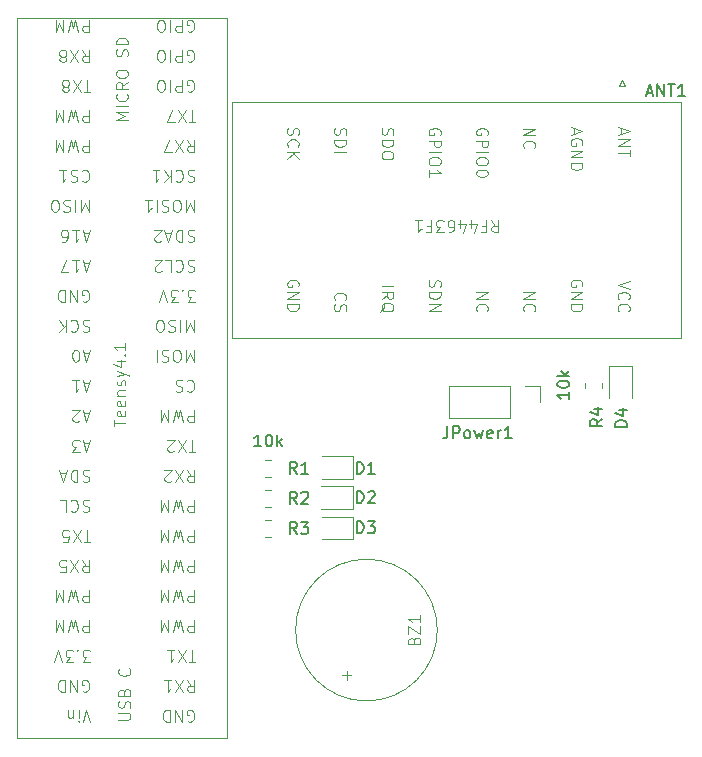
<source format=gbr>
%TF.GenerationSoftware,KiCad,Pcbnew,8.0.3*%
%TF.CreationDate,2024-09-25T15:44:19-04:00*%
%TF.ProjectId,RF4463F30-test-board,52463434-3633-4463-9330-2d746573742d,rev?*%
%TF.SameCoordinates,Original*%
%TF.FileFunction,Legend,Top*%
%TF.FilePolarity,Positive*%
%FSLAX46Y46*%
G04 Gerber Fmt 4.6, Leading zero omitted, Abs format (unit mm)*
G04 Created by KiCad (PCBNEW 8.0.3) date 2024-09-25 15:44:19*
%MOMM*%
%LPD*%
G01*
G04 APERTURE LIST*
%ADD10C,0.100000*%
%ADD11C,0.150000*%
%ADD12C,0.120000*%
G04 APERTURE END LIST*
D10*
X156528571Y-94642580D02*
X156861904Y-95118771D01*
X157099999Y-94642580D02*
X157099999Y-95642580D01*
X157099999Y-95642580D02*
X156719047Y-95642580D01*
X156719047Y-95642580D02*
X156623809Y-95594961D01*
X156623809Y-95594961D02*
X156576190Y-95547342D01*
X156576190Y-95547342D02*
X156528571Y-95452104D01*
X156528571Y-95452104D02*
X156528571Y-95309247D01*
X156528571Y-95309247D02*
X156576190Y-95214009D01*
X156576190Y-95214009D02*
X156623809Y-95166390D01*
X156623809Y-95166390D02*
X156719047Y-95118771D01*
X156719047Y-95118771D02*
X157099999Y-95118771D01*
X155766666Y-95166390D02*
X156099999Y-95166390D01*
X156099999Y-94642580D02*
X156099999Y-95642580D01*
X156099999Y-95642580D02*
X155623809Y-95642580D01*
X154814285Y-95309247D02*
X154814285Y-94642580D01*
X155052380Y-95690200D02*
X155290475Y-94975914D01*
X155290475Y-94975914D02*
X154671428Y-94975914D01*
X153861904Y-95309247D02*
X153861904Y-94642580D01*
X154099999Y-95690200D02*
X154338094Y-94975914D01*
X154338094Y-94975914D02*
X153719047Y-94975914D01*
X152909523Y-95642580D02*
X153099999Y-95642580D01*
X153099999Y-95642580D02*
X153195237Y-95594961D01*
X153195237Y-95594961D02*
X153242856Y-95547342D01*
X153242856Y-95547342D02*
X153338094Y-95404485D01*
X153338094Y-95404485D02*
X153385713Y-95214009D01*
X153385713Y-95214009D02*
X153385713Y-94833057D01*
X153385713Y-94833057D02*
X153338094Y-94737819D01*
X153338094Y-94737819D02*
X153290475Y-94690200D01*
X153290475Y-94690200D02*
X153195237Y-94642580D01*
X153195237Y-94642580D02*
X153004761Y-94642580D01*
X153004761Y-94642580D02*
X152909523Y-94690200D01*
X152909523Y-94690200D02*
X152861904Y-94737819D01*
X152861904Y-94737819D02*
X152814285Y-94833057D01*
X152814285Y-94833057D02*
X152814285Y-95071152D01*
X152814285Y-95071152D02*
X152861904Y-95166390D01*
X152861904Y-95166390D02*
X152909523Y-95214009D01*
X152909523Y-95214009D02*
X153004761Y-95261628D01*
X153004761Y-95261628D02*
X153195237Y-95261628D01*
X153195237Y-95261628D02*
X153290475Y-95214009D01*
X153290475Y-95214009D02*
X153338094Y-95166390D01*
X153338094Y-95166390D02*
X153385713Y-95071152D01*
X152480951Y-95642580D02*
X151861904Y-95642580D01*
X151861904Y-95642580D02*
X152195237Y-95261628D01*
X152195237Y-95261628D02*
X152052380Y-95261628D01*
X152052380Y-95261628D02*
X151957142Y-95214009D01*
X151957142Y-95214009D02*
X151909523Y-95166390D01*
X151909523Y-95166390D02*
X151861904Y-95071152D01*
X151861904Y-95071152D02*
X151861904Y-94833057D01*
X151861904Y-94833057D02*
X151909523Y-94737819D01*
X151909523Y-94737819D02*
X151957142Y-94690200D01*
X151957142Y-94690200D02*
X152052380Y-94642580D01*
X152052380Y-94642580D02*
X152338094Y-94642580D01*
X152338094Y-94642580D02*
X152433332Y-94690200D01*
X152433332Y-94690200D02*
X152480951Y-94737819D01*
X151099999Y-95166390D02*
X151433332Y-95166390D01*
X151433332Y-94642580D02*
X151433332Y-95642580D01*
X151433332Y-95642580D02*
X150957142Y-95642580D01*
X150052380Y-94642580D02*
X150623808Y-94642580D01*
X150338094Y-94642580D02*
X150338094Y-95642580D01*
X150338094Y-95642580D02*
X150433332Y-95499723D01*
X150433332Y-95499723D02*
X150528570Y-95404485D01*
X150528570Y-95404485D02*
X150623808Y-95356866D01*
X163513295Y-86856265D02*
X163513295Y-87332455D01*
X163227580Y-86761027D02*
X164227580Y-87094360D01*
X164227580Y-87094360D02*
X163227580Y-87427693D01*
X164179961Y-88284836D02*
X164227580Y-88189598D01*
X164227580Y-88189598D02*
X164227580Y-88046741D01*
X164227580Y-88046741D02*
X164179961Y-87903884D01*
X164179961Y-87903884D02*
X164084723Y-87808646D01*
X164084723Y-87808646D02*
X163989485Y-87761027D01*
X163989485Y-87761027D02*
X163799009Y-87713408D01*
X163799009Y-87713408D02*
X163656152Y-87713408D01*
X163656152Y-87713408D02*
X163465676Y-87761027D01*
X163465676Y-87761027D02*
X163370438Y-87808646D01*
X163370438Y-87808646D02*
X163275200Y-87903884D01*
X163275200Y-87903884D02*
X163227580Y-88046741D01*
X163227580Y-88046741D02*
X163227580Y-88141979D01*
X163227580Y-88141979D02*
X163275200Y-88284836D01*
X163275200Y-88284836D02*
X163322819Y-88332455D01*
X163322819Y-88332455D02*
X163656152Y-88332455D01*
X163656152Y-88332455D02*
X163656152Y-88141979D01*
X163227580Y-88761027D02*
X164227580Y-88761027D01*
X164227580Y-88761027D02*
X163227580Y-89332455D01*
X163227580Y-89332455D02*
X164227580Y-89332455D01*
X163227580Y-89808646D02*
X164227580Y-89808646D01*
X164227580Y-89808646D02*
X164227580Y-90046741D01*
X164227580Y-90046741D02*
X164179961Y-90189598D01*
X164179961Y-90189598D02*
X164084723Y-90284836D01*
X164084723Y-90284836D02*
X163989485Y-90332455D01*
X163989485Y-90332455D02*
X163799009Y-90380074D01*
X163799009Y-90380074D02*
X163656152Y-90380074D01*
X163656152Y-90380074D02*
X163465676Y-90332455D01*
X163465676Y-90332455D02*
X163370438Y-90284836D01*
X163370438Y-90284836D02*
X163275200Y-90189598D01*
X163275200Y-90189598D02*
X163227580Y-90046741D01*
X163227580Y-90046741D02*
X163227580Y-89808646D01*
X143275200Y-86856265D02*
X143227580Y-86999122D01*
X143227580Y-86999122D02*
X143227580Y-87237217D01*
X143227580Y-87237217D02*
X143275200Y-87332455D01*
X143275200Y-87332455D02*
X143322819Y-87380074D01*
X143322819Y-87380074D02*
X143418057Y-87427693D01*
X143418057Y-87427693D02*
X143513295Y-87427693D01*
X143513295Y-87427693D02*
X143608533Y-87380074D01*
X143608533Y-87380074D02*
X143656152Y-87332455D01*
X143656152Y-87332455D02*
X143703771Y-87237217D01*
X143703771Y-87237217D02*
X143751390Y-87046741D01*
X143751390Y-87046741D02*
X143799009Y-86951503D01*
X143799009Y-86951503D02*
X143846628Y-86903884D01*
X143846628Y-86903884D02*
X143941866Y-86856265D01*
X143941866Y-86856265D02*
X144037104Y-86856265D01*
X144037104Y-86856265D02*
X144132342Y-86903884D01*
X144132342Y-86903884D02*
X144179961Y-86951503D01*
X144179961Y-86951503D02*
X144227580Y-87046741D01*
X144227580Y-87046741D02*
X144227580Y-87284836D01*
X144227580Y-87284836D02*
X144179961Y-87427693D01*
X143227580Y-87856265D02*
X144227580Y-87856265D01*
X144227580Y-87856265D02*
X144227580Y-88094360D01*
X144227580Y-88094360D02*
X144179961Y-88237217D01*
X144179961Y-88237217D02*
X144084723Y-88332455D01*
X144084723Y-88332455D02*
X143989485Y-88380074D01*
X143989485Y-88380074D02*
X143799009Y-88427693D01*
X143799009Y-88427693D02*
X143656152Y-88427693D01*
X143656152Y-88427693D02*
X143465676Y-88380074D01*
X143465676Y-88380074D02*
X143370438Y-88332455D01*
X143370438Y-88332455D02*
X143275200Y-88237217D01*
X143275200Y-88237217D02*
X143227580Y-88094360D01*
X143227580Y-88094360D02*
X143227580Y-87856265D01*
X143227580Y-88856265D02*
X144227580Y-88856265D01*
X152179961Y-87427693D02*
X152227580Y-87332455D01*
X152227580Y-87332455D02*
X152227580Y-87189598D01*
X152227580Y-87189598D02*
X152179961Y-87046741D01*
X152179961Y-87046741D02*
X152084723Y-86951503D01*
X152084723Y-86951503D02*
X151989485Y-86903884D01*
X151989485Y-86903884D02*
X151799009Y-86856265D01*
X151799009Y-86856265D02*
X151656152Y-86856265D01*
X151656152Y-86856265D02*
X151465676Y-86903884D01*
X151465676Y-86903884D02*
X151370438Y-86951503D01*
X151370438Y-86951503D02*
X151275200Y-87046741D01*
X151275200Y-87046741D02*
X151227580Y-87189598D01*
X151227580Y-87189598D02*
X151227580Y-87284836D01*
X151227580Y-87284836D02*
X151275200Y-87427693D01*
X151275200Y-87427693D02*
X151322819Y-87475312D01*
X151322819Y-87475312D02*
X151656152Y-87475312D01*
X151656152Y-87475312D02*
X151656152Y-87284836D01*
X151227580Y-87903884D02*
X152227580Y-87903884D01*
X152227580Y-87903884D02*
X152227580Y-88284836D01*
X152227580Y-88284836D02*
X152179961Y-88380074D01*
X152179961Y-88380074D02*
X152132342Y-88427693D01*
X152132342Y-88427693D02*
X152037104Y-88475312D01*
X152037104Y-88475312D02*
X151894247Y-88475312D01*
X151894247Y-88475312D02*
X151799009Y-88427693D01*
X151799009Y-88427693D02*
X151751390Y-88380074D01*
X151751390Y-88380074D02*
X151703771Y-88284836D01*
X151703771Y-88284836D02*
X151703771Y-87903884D01*
X151227580Y-88903884D02*
X152227580Y-88903884D01*
X152227580Y-89570550D02*
X152227580Y-89761026D01*
X152227580Y-89761026D02*
X152179961Y-89856264D01*
X152179961Y-89856264D02*
X152084723Y-89951502D01*
X152084723Y-89951502D02*
X151894247Y-89999121D01*
X151894247Y-89999121D02*
X151560914Y-89999121D01*
X151560914Y-89999121D02*
X151370438Y-89951502D01*
X151370438Y-89951502D02*
X151275200Y-89856264D01*
X151275200Y-89856264D02*
X151227580Y-89761026D01*
X151227580Y-89761026D02*
X151227580Y-89570550D01*
X151227580Y-89570550D02*
X151275200Y-89475312D01*
X151275200Y-89475312D02*
X151370438Y-89380074D01*
X151370438Y-89380074D02*
X151560914Y-89332455D01*
X151560914Y-89332455D02*
X151894247Y-89332455D01*
X151894247Y-89332455D02*
X152084723Y-89380074D01*
X152084723Y-89380074D02*
X152179961Y-89475312D01*
X152179961Y-89475312D02*
X152227580Y-89570550D01*
X151227580Y-90951502D02*
X151227580Y-90380074D01*
X151227580Y-90665788D02*
X152227580Y-90665788D01*
X152227580Y-90665788D02*
X152084723Y-90570550D01*
X152084723Y-90570550D02*
X151989485Y-90475312D01*
X151989485Y-90475312D02*
X151941866Y-90380074D01*
X156179961Y-87427693D02*
X156227580Y-87332455D01*
X156227580Y-87332455D02*
X156227580Y-87189598D01*
X156227580Y-87189598D02*
X156179961Y-87046741D01*
X156179961Y-87046741D02*
X156084723Y-86951503D01*
X156084723Y-86951503D02*
X155989485Y-86903884D01*
X155989485Y-86903884D02*
X155799009Y-86856265D01*
X155799009Y-86856265D02*
X155656152Y-86856265D01*
X155656152Y-86856265D02*
X155465676Y-86903884D01*
X155465676Y-86903884D02*
X155370438Y-86951503D01*
X155370438Y-86951503D02*
X155275200Y-87046741D01*
X155275200Y-87046741D02*
X155227580Y-87189598D01*
X155227580Y-87189598D02*
X155227580Y-87284836D01*
X155227580Y-87284836D02*
X155275200Y-87427693D01*
X155275200Y-87427693D02*
X155322819Y-87475312D01*
X155322819Y-87475312D02*
X155656152Y-87475312D01*
X155656152Y-87475312D02*
X155656152Y-87284836D01*
X155227580Y-87903884D02*
X156227580Y-87903884D01*
X156227580Y-87903884D02*
X156227580Y-88284836D01*
X156227580Y-88284836D02*
X156179961Y-88380074D01*
X156179961Y-88380074D02*
X156132342Y-88427693D01*
X156132342Y-88427693D02*
X156037104Y-88475312D01*
X156037104Y-88475312D02*
X155894247Y-88475312D01*
X155894247Y-88475312D02*
X155799009Y-88427693D01*
X155799009Y-88427693D02*
X155751390Y-88380074D01*
X155751390Y-88380074D02*
X155703771Y-88284836D01*
X155703771Y-88284836D02*
X155703771Y-87903884D01*
X155227580Y-88903884D02*
X156227580Y-88903884D01*
X156227580Y-89570550D02*
X156227580Y-89761026D01*
X156227580Y-89761026D02*
X156179961Y-89856264D01*
X156179961Y-89856264D02*
X156084723Y-89951502D01*
X156084723Y-89951502D02*
X155894247Y-89999121D01*
X155894247Y-89999121D02*
X155560914Y-89999121D01*
X155560914Y-89999121D02*
X155370438Y-89951502D01*
X155370438Y-89951502D02*
X155275200Y-89856264D01*
X155275200Y-89856264D02*
X155227580Y-89761026D01*
X155227580Y-89761026D02*
X155227580Y-89570550D01*
X155227580Y-89570550D02*
X155275200Y-89475312D01*
X155275200Y-89475312D02*
X155370438Y-89380074D01*
X155370438Y-89380074D02*
X155560914Y-89332455D01*
X155560914Y-89332455D02*
X155894247Y-89332455D01*
X155894247Y-89332455D02*
X156084723Y-89380074D01*
X156084723Y-89380074D02*
X156179961Y-89475312D01*
X156179961Y-89475312D02*
X156227580Y-89570550D01*
X156227580Y-90618169D02*
X156227580Y-90713407D01*
X156227580Y-90713407D02*
X156179961Y-90808645D01*
X156179961Y-90808645D02*
X156132342Y-90856264D01*
X156132342Y-90856264D02*
X156037104Y-90903883D01*
X156037104Y-90903883D02*
X155846628Y-90951502D01*
X155846628Y-90951502D02*
X155608533Y-90951502D01*
X155608533Y-90951502D02*
X155418057Y-90903883D01*
X155418057Y-90903883D02*
X155322819Y-90856264D01*
X155322819Y-90856264D02*
X155275200Y-90808645D01*
X155275200Y-90808645D02*
X155227580Y-90713407D01*
X155227580Y-90713407D02*
X155227580Y-90618169D01*
X155227580Y-90618169D02*
X155275200Y-90522931D01*
X155275200Y-90522931D02*
X155322819Y-90475312D01*
X155322819Y-90475312D02*
X155418057Y-90427693D01*
X155418057Y-90427693D02*
X155608533Y-90380074D01*
X155608533Y-90380074D02*
X155846628Y-90380074D01*
X155846628Y-90380074D02*
X156037104Y-90427693D01*
X156037104Y-90427693D02*
X156132342Y-90475312D01*
X156132342Y-90475312D02*
X156179961Y-90522931D01*
X156179961Y-90522931D02*
X156227580Y-90618169D01*
X159227580Y-86903884D02*
X160227580Y-86903884D01*
X160227580Y-86903884D02*
X159227580Y-87475312D01*
X159227580Y-87475312D02*
X160227580Y-87475312D01*
X159322819Y-88522931D02*
X159275200Y-88475312D01*
X159275200Y-88475312D02*
X159227580Y-88332455D01*
X159227580Y-88332455D02*
X159227580Y-88237217D01*
X159227580Y-88237217D02*
X159275200Y-88094360D01*
X159275200Y-88094360D02*
X159370438Y-87999122D01*
X159370438Y-87999122D02*
X159465676Y-87951503D01*
X159465676Y-87951503D02*
X159656152Y-87903884D01*
X159656152Y-87903884D02*
X159799009Y-87903884D01*
X159799009Y-87903884D02*
X159989485Y-87951503D01*
X159989485Y-87951503D02*
X160084723Y-87999122D01*
X160084723Y-87999122D02*
X160179961Y-88094360D01*
X160179961Y-88094360D02*
X160227580Y-88237217D01*
X160227580Y-88237217D02*
X160227580Y-88332455D01*
X160227580Y-88332455D02*
X160179961Y-88475312D01*
X160179961Y-88475312D02*
X160132342Y-88522931D01*
X143322819Y-101391353D02*
X143275200Y-101343734D01*
X143275200Y-101343734D02*
X143227580Y-101200877D01*
X143227580Y-101200877D02*
X143227580Y-101105639D01*
X143227580Y-101105639D02*
X143275200Y-100962782D01*
X143275200Y-100962782D02*
X143370438Y-100867544D01*
X143370438Y-100867544D02*
X143465676Y-100819925D01*
X143465676Y-100819925D02*
X143656152Y-100772306D01*
X143656152Y-100772306D02*
X143799009Y-100772306D01*
X143799009Y-100772306D02*
X143989485Y-100819925D01*
X143989485Y-100819925D02*
X144084723Y-100867544D01*
X144084723Y-100867544D02*
X144179961Y-100962782D01*
X144179961Y-100962782D02*
X144227580Y-101105639D01*
X144227580Y-101105639D02*
X144227580Y-101200877D01*
X144227580Y-101200877D02*
X144179961Y-101343734D01*
X144179961Y-101343734D02*
X144132342Y-101391353D01*
X143275200Y-101772306D02*
X143227580Y-101915163D01*
X143227580Y-101915163D02*
X143227580Y-102153258D01*
X143227580Y-102153258D02*
X143275200Y-102248496D01*
X143275200Y-102248496D02*
X143322819Y-102296115D01*
X143322819Y-102296115D02*
X143418057Y-102343734D01*
X143418057Y-102343734D02*
X143513295Y-102343734D01*
X143513295Y-102343734D02*
X143608533Y-102296115D01*
X143608533Y-102296115D02*
X143656152Y-102248496D01*
X143656152Y-102248496D02*
X143703771Y-102153258D01*
X143703771Y-102153258D02*
X143751390Y-101962782D01*
X143751390Y-101962782D02*
X143799009Y-101867544D01*
X143799009Y-101867544D02*
X143846628Y-101819925D01*
X143846628Y-101819925D02*
X143941866Y-101772306D01*
X143941866Y-101772306D02*
X144037104Y-101772306D01*
X144037104Y-101772306D02*
X144132342Y-101819925D01*
X144132342Y-101819925D02*
X144179961Y-101867544D01*
X144179961Y-101867544D02*
X144227580Y-101962782D01*
X144227580Y-101962782D02*
X144227580Y-102200877D01*
X144227580Y-102200877D02*
X144179961Y-102343734D01*
X164179961Y-100248496D02*
X164227580Y-100153258D01*
X164227580Y-100153258D02*
X164227580Y-100010401D01*
X164227580Y-100010401D02*
X164179961Y-99867544D01*
X164179961Y-99867544D02*
X164084723Y-99772306D01*
X164084723Y-99772306D02*
X163989485Y-99724687D01*
X163989485Y-99724687D02*
X163799009Y-99677068D01*
X163799009Y-99677068D02*
X163656152Y-99677068D01*
X163656152Y-99677068D02*
X163465676Y-99724687D01*
X163465676Y-99724687D02*
X163370438Y-99772306D01*
X163370438Y-99772306D02*
X163275200Y-99867544D01*
X163275200Y-99867544D02*
X163227580Y-100010401D01*
X163227580Y-100010401D02*
X163227580Y-100105639D01*
X163227580Y-100105639D02*
X163275200Y-100248496D01*
X163275200Y-100248496D02*
X163322819Y-100296115D01*
X163322819Y-100296115D02*
X163656152Y-100296115D01*
X163656152Y-100296115D02*
X163656152Y-100105639D01*
X163227580Y-100724687D02*
X164227580Y-100724687D01*
X164227580Y-100724687D02*
X163227580Y-101296115D01*
X163227580Y-101296115D02*
X164227580Y-101296115D01*
X163227580Y-101772306D02*
X164227580Y-101772306D01*
X164227580Y-101772306D02*
X164227580Y-102010401D01*
X164227580Y-102010401D02*
X164179961Y-102153258D01*
X164179961Y-102153258D02*
X164084723Y-102248496D01*
X164084723Y-102248496D02*
X163989485Y-102296115D01*
X163989485Y-102296115D02*
X163799009Y-102343734D01*
X163799009Y-102343734D02*
X163656152Y-102343734D01*
X163656152Y-102343734D02*
X163465676Y-102296115D01*
X163465676Y-102296115D02*
X163370438Y-102248496D01*
X163370438Y-102248496D02*
X163275200Y-102153258D01*
X163275200Y-102153258D02*
X163227580Y-102010401D01*
X163227580Y-102010401D02*
X163227580Y-101772306D01*
X140179961Y-100248496D02*
X140227580Y-100153258D01*
X140227580Y-100153258D02*
X140227580Y-100010401D01*
X140227580Y-100010401D02*
X140179961Y-99867544D01*
X140179961Y-99867544D02*
X140084723Y-99772306D01*
X140084723Y-99772306D02*
X139989485Y-99724687D01*
X139989485Y-99724687D02*
X139799009Y-99677068D01*
X139799009Y-99677068D02*
X139656152Y-99677068D01*
X139656152Y-99677068D02*
X139465676Y-99724687D01*
X139465676Y-99724687D02*
X139370438Y-99772306D01*
X139370438Y-99772306D02*
X139275200Y-99867544D01*
X139275200Y-99867544D02*
X139227580Y-100010401D01*
X139227580Y-100010401D02*
X139227580Y-100105639D01*
X139227580Y-100105639D02*
X139275200Y-100248496D01*
X139275200Y-100248496D02*
X139322819Y-100296115D01*
X139322819Y-100296115D02*
X139656152Y-100296115D01*
X139656152Y-100296115D02*
X139656152Y-100105639D01*
X139227580Y-100724687D02*
X140227580Y-100724687D01*
X140227580Y-100724687D02*
X139227580Y-101296115D01*
X139227580Y-101296115D02*
X140227580Y-101296115D01*
X139227580Y-101772306D02*
X140227580Y-101772306D01*
X140227580Y-101772306D02*
X140227580Y-102010401D01*
X140227580Y-102010401D02*
X140179961Y-102153258D01*
X140179961Y-102153258D02*
X140084723Y-102248496D01*
X140084723Y-102248496D02*
X139989485Y-102296115D01*
X139989485Y-102296115D02*
X139799009Y-102343734D01*
X139799009Y-102343734D02*
X139656152Y-102343734D01*
X139656152Y-102343734D02*
X139465676Y-102296115D01*
X139465676Y-102296115D02*
X139370438Y-102248496D01*
X139370438Y-102248496D02*
X139275200Y-102153258D01*
X139275200Y-102153258D02*
X139227580Y-102010401D01*
X139227580Y-102010401D02*
X139227580Y-101772306D01*
X139275200Y-86856265D02*
X139227580Y-86999122D01*
X139227580Y-86999122D02*
X139227580Y-87237217D01*
X139227580Y-87237217D02*
X139275200Y-87332455D01*
X139275200Y-87332455D02*
X139322819Y-87380074D01*
X139322819Y-87380074D02*
X139418057Y-87427693D01*
X139418057Y-87427693D02*
X139513295Y-87427693D01*
X139513295Y-87427693D02*
X139608533Y-87380074D01*
X139608533Y-87380074D02*
X139656152Y-87332455D01*
X139656152Y-87332455D02*
X139703771Y-87237217D01*
X139703771Y-87237217D02*
X139751390Y-87046741D01*
X139751390Y-87046741D02*
X139799009Y-86951503D01*
X139799009Y-86951503D02*
X139846628Y-86903884D01*
X139846628Y-86903884D02*
X139941866Y-86856265D01*
X139941866Y-86856265D02*
X140037104Y-86856265D01*
X140037104Y-86856265D02*
X140132342Y-86903884D01*
X140132342Y-86903884D02*
X140179961Y-86951503D01*
X140179961Y-86951503D02*
X140227580Y-87046741D01*
X140227580Y-87046741D02*
X140227580Y-87284836D01*
X140227580Y-87284836D02*
X140179961Y-87427693D01*
X139322819Y-88427693D02*
X139275200Y-88380074D01*
X139275200Y-88380074D02*
X139227580Y-88237217D01*
X139227580Y-88237217D02*
X139227580Y-88141979D01*
X139227580Y-88141979D02*
X139275200Y-87999122D01*
X139275200Y-87999122D02*
X139370438Y-87903884D01*
X139370438Y-87903884D02*
X139465676Y-87856265D01*
X139465676Y-87856265D02*
X139656152Y-87808646D01*
X139656152Y-87808646D02*
X139799009Y-87808646D01*
X139799009Y-87808646D02*
X139989485Y-87856265D01*
X139989485Y-87856265D02*
X140084723Y-87903884D01*
X140084723Y-87903884D02*
X140179961Y-87999122D01*
X140179961Y-87999122D02*
X140227580Y-88141979D01*
X140227580Y-88141979D02*
X140227580Y-88237217D01*
X140227580Y-88237217D02*
X140179961Y-88380074D01*
X140179961Y-88380074D02*
X140132342Y-88427693D01*
X139227580Y-88856265D02*
X140227580Y-88856265D01*
X139227580Y-89427693D02*
X139799009Y-88999122D01*
X140227580Y-89427693D02*
X139656152Y-88856265D01*
X159227580Y-100724687D02*
X160227580Y-100724687D01*
X160227580Y-100724687D02*
X159227580Y-101296115D01*
X159227580Y-101296115D02*
X160227580Y-101296115D01*
X159322819Y-102343734D02*
X159275200Y-102296115D01*
X159275200Y-102296115D02*
X159227580Y-102153258D01*
X159227580Y-102153258D02*
X159227580Y-102058020D01*
X159227580Y-102058020D02*
X159275200Y-101915163D01*
X159275200Y-101915163D02*
X159370438Y-101819925D01*
X159370438Y-101819925D02*
X159465676Y-101772306D01*
X159465676Y-101772306D02*
X159656152Y-101724687D01*
X159656152Y-101724687D02*
X159799009Y-101724687D01*
X159799009Y-101724687D02*
X159989485Y-101772306D01*
X159989485Y-101772306D02*
X160084723Y-101819925D01*
X160084723Y-101819925D02*
X160179961Y-101915163D01*
X160179961Y-101915163D02*
X160227580Y-102058020D01*
X160227580Y-102058020D02*
X160227580Y-102153258D01*
X160227580Y-102153258D02*
X160179961Y-102296115D01*
X160179961Y-102296115D02*
X160132342Y-102343734D01*
X147227580Y-100248497D02*
X148227580Y-100248497D01*
X147227580Y-101296115D02*
X147703771Y-100962782D01*
X147227580Y-100724687D02*
X148227580Y-100724687D01*
X148227580Y-100724687D02*
X148227580Y-101105639D01*
X148227580Y-101105639D02*
X148179961Y-101200877D01*
X148179961Y-101200877D02*
X148132342Y-101248496D01*
X148132342Y-101248496D02*
X148037104Y-101296115D01*
X148037104Y-101296115D02*
X147894247Y-101296115D01*
X147894247Y-101296115D02*
X147799009Y-101248496D01*
X147799009Y-101248496D02*
X147751390Y-101200877D01*
X147751390Y-101200877D02*
X147703771Y-101105639D01*
X147703771Y-101105639D02*
X147703771Y-100724687D01*
X147132342Y-102391353D02*
X147179961Y-102296115D01*
X147179961Y-102296115D02*
X147275200Y-102200877D01*
X147275200Y-102200877D02*
X147418057Y-102058020D01*
X147418057Y-102058020D02*
X147465676Y-101962782D01*
X147465676Y-101962782D02*
X147465676Y-101867544D01*
X147227580Y-101915163D02*
X147275200Y-101819925D01*
X147275200Y-101819925D02*
X147370438Y-101724687D01*
X147370438Y-101724687D02*
X147560914Y-101677068D01*
X147560914Y-101677068D02*
X147894247Y-101677068D01*
X147894247Y-101677068D02*
X148084723Y-101724687D01*
X148084723Y-101724687D02*
X148179961Y-101819925D01*
X148179961Y-101819925D02*
X148227580Y-101915163D01*
X148227580Y-101915163D02*
X148227580Y-102105639D01*
X148227580Y-102105639D02*
X148179961Y-102200877D01*
X148179961Y-102200877D02*
X148084723Y-102296115D01*
X148084723Y-102296115D02*
X147894247Y-102343734D01*
X147894247Y-102343734D02*
X147560914Y-102343734D01*
X147560914Y-102343734D02*
X147370438Y-102296115D01*
X147370438Y-102296115D02*
X147275200Y-102200877D01*
X147275200Y-102200877D02*
X147227580Y-102105639D01*
X147227580Y-102105639D02*
X147227580Y-101915163D01*
X167513295Y-86856265D02*
X167513295Y-87332455D01*
X167227580Y-86761027D02*
X168227580Y-87094360D01*
X168227580Y-87094360D02*
X167227580Y-87427693D01*
X167227580Y-87761027D02*
X168227580Y-87761027D01*
X168227580Y-87761027D02*
X167227580Y-88332455D01*
X167227580Y-88332455D02*
X168227580Y-88332455D01*
X168227580Y-88665789D02*
X168227580Y-89237217D01*
X167227580Y-88951503D02*
X168227580Y-88951503D01*
X155227580Y-100724687D02*
X156227580Y-100724687D01*
X156227580Y-100724687D02*
X155227580Y-101296115D01*
X155227580Y-101296115D02*
X156227580Y-101296115D01*
X155322819Y-102343734D02*
X155275200Y-102296115D01*
X155275200Y-102296115D02*
X155227580Y-102153258D01*
X155227580Y-102153258D02*
X155227580Y-102058020D01*
X155227580Y-102058020D02*
X155275200Y-101915163D01*
X155275200Y-101915163D02*
X155370438Y-101819925D01*
X155370438Y-101819925D02*
X155465676Y-101772306D01*
X155465676Y-101772306D02*
X155656152Y-101724687D01*
X155656152Y-101724687D02*
X155799009Y-101724687D01*
X155799009Y-101724687D02*
X155989485Y-101772306D01*
X155989485Y-101772306D02*
X156084723Y-101819925D01*
X156084723Y-101819925D02*
X156179961Y-101915163D01*
X156179961Y-101915163D02*
X156227580Y-102058020D01*
X156227580Y-102058020D02*
X156227580Y-102153258D01*
X156227580Y-102153258D02*
X156179961Y-102296115D01*
X156179961Y-102296115D02*
X156132342Y-102343734D01*
X147275200Y-86856265D02*
X147227580Y-86999122D01*
X147227580Y-86999122D02*
X147227580Y-87237217D01*
X147227580Y-87237217D02*
X147275200Y-87332455D01*
X147275200Y-87332455D02*
X147322819Y-87380074D01*
X147322819Y-87380074D02*
X147418057Y-87427693D01*
X147418057Y-87427693D02*
X147513295Y-87427693D01*
X147513295Y-87427693D02*
X147608533Y-87380074D01*
X147608533Y-87380074D02*
X147656152Y-87332455D01*
X147656152Y-87332455D02*
X147703771Y-87237217D01*
X147703771Y-87237217D02*
X147751390Y-87046741D01*
X147751390Y-87046741D02*
X147799009Y-86951503D01*
X147799009Y-86951503D02*
X147846628Y-86903884D01*
X147846628Y-86903884D02*
X147941866Y-86856265D01*
X147941866Y-86856265D02*
X148037104Y-86856265D01*
X148037104Y-86856265D02*
X148132342Y-86903884D01*
X148132342Y-86903884D02*
X148179961Y-86951503D01*
X148179961Y-86951503D02*
X148227580Y-87046741D01*
X148227580Y-87046741D02*
X148227580Y-87284836D01*
X148227580Y-87284836D02*
X148179961Y-87427693D01*
X147227580Y-87856265D02*
X148227580Y-87856265D01*
X148227580Y-87856265D02*
X148227580Y-88094360D01*
X148227580Y-88094360D02*
X148179961Y-88237217D01*
X148179961Y-88237217D02*
X148084723Y-88332455D01*
X148084723Y-88332455D02*
X147989485Y-88380074D01*
X147989485Y-88380074D02*
X147799009Y-88427693D01*
X147799009Y-88427693D02*
X147656152Y-88427693D01*
X147656152Y-88427693D02*
X147465676Y-88380074D01*
X147465676Y-88380074D02*
X147370438Y-88332455D01*
X147370438Y-88332455D02*
X147275200Y-88237217D01*
X147275200Y-88237217D02*
X147227580Y-88094360D01*
X147227580Y-88094360D02*
X147227580Y-87856265D01*
X148227580Y-89046741D02*
X148227580Y-89237217D01*
X148227580Y-89237217D02*
X148179961Y-89332455D01*
X148179961Y-89332455D02*
X148084723Y-89427693D01*
X148084723Y-89427693D02*
X147894247Y-89475312D01*
X147894247Y-89475312D02*
X147560914Y-89475312D01*
X147560914Y-89475312D02*
X147370438Y-89427693D01*
X147370438Y-89427693D02*
X147275200Y-89332455D01*
X147275200Y-89332455D02*
X147227580Y-89237217D01*
X147227580Y-89237217D02*
X147227580Y-89046741D01*
X147227580Y-89046741D02*
X147275200Y-88951503D01*
X147275200Y-88951503D02*
X147370438Y-88856265D01*
X147370438Y-88856265D02*
X147560914Y-88808646D01*
X147560914Y-88808646D02*
X147894247Y-88808646D01*
X147894247Y-88808646D02*
X148084723Y-88856265D01*
X148084723Y-88856265D02*
X148179961Y-88951503D01*
X148179961Y-88951503D02*
X148227580Y-89046741D01*
X168227580Y-99772306D02*
X167227580Y-100105639D01*
X167227580Y-100105639D02*
X168227580Y-100438972D01*
X167322819Y-101343734D02*
X167275200Y-101296115D01*
X167275200Y-101296115D02*
X167227580Y-101153258D01*
X167227580Y-101153258D02*
X167227580Y-101058020D01*
X167227580Y-101058020D02*
X167275200Y-100915163D01*
X167275200Y-100915163D02*
X167370438Y-100819925D01*
X167370438Y-100819925D02*
X167465676Y-100772306D01*
X167465676Y-100772306D02*
X167656152Y-100724687D01*
X167656152Y-100724687D02*
X167799009Y-100724687D01*
X167799009Y-100724687D02*
X167989485Y-100772306D01*
X167989485Y-100772306D02*
X168084723Y-100819925D01*
X168084723Y-100819925D02*
X168179961Y-100915163D01*
X168179961Y-100915163D02*
X168227580Y-101058020D01*
X168227580Y-101058020D02*
X168227580Y-101153258D01*
X168227580Y-101153258D02*
X168179961Y-101296115D01*
X168179961Y-101296115D02*
X168132342Y-101343734D01*
X167322819Y-102343734D02*
X167275200Y-102296115D01*
X167275200Y-102296115D02*
X167227580Y-102153258D01*
X167227580Y-102153258D02*
X167227580Y-102058020D01*
X167227580Y-102058020D02*
X167275200Y-101915163D01*
X167275200Y-101915163D02*
X167370438Y-101819925D01*
X167370438Y-101819925D02*
X167465676Y-101772306D01*
X167465676Y-101772306D02*
X167656152Y-101724687D01*
X167656152Y-101724687D02*
X167799009Y-101724687D01*
X167799009Y-101724687D02*
X167989485Y-101772306D01*
X167989485Y-101772306D02*
X168084723Y-101819925D01*
X168084723Y-101819925D02*
X168179961Y-101915163D01*
X168179961Y-101915163D02*
X168227580Y-102058020D01*
X168227580Y-102058020D02*
X168227580Y-102153258D01*
X168227580Y-102153258D02*
X168179961Y-102296115D01*
X168179961Y-102296115D02*
X168132342Y-102343734D01*
X151275200Y-99724687D02*
X151227580Y-99867544D01*
X151227580Y-99867544D02*
X151227580Y-100105639D01*
X151227580Y-100105639D02*
X151275200Y-100200877D01*
X151275200Y-100200877D02*
X151322819Y-100248496D01*
X151322819Y-100248496D02*
X151418057Y-100296115D01*
X151418057Y-100296115D02*
X151513295Y-100296115D01*
X151513295Y-100296115D02*
X151608533Y-100248496D01*
X151608533Y-100248496D02*
X151656152Y-100200877D01*
X151656152Y-100200877D02*
X151703771Y-100105639D01*
X151703771Y-100105639D02*
X151751390Y-99915163D01*
X151751390Y-99915163D02*
X151799009Y-99819925D01*
X151799009Y-99819925D02*
X151846628Y-99772306D01*
X151846628Y-99772306D02*
X151941866Y-99724687D01*
X151941866Y-99724687D02*
X152037104Y-99724687D01*
X152037104Y-99724687D02*
X152132342Y-99772306D01*
X152132342Y-99772306D02*
X152179961Y-99819925D01*
X152179961Y-99819925D02*
X152227580Y-99915163D01*
X152227580Y-99915163D02*
X152227580Y-100153258D01*
X152227580Y-100153258D02*
X152179961Y-100296115D01*
X151227580Y-100724687D02*
X152227580Y-100724687D01*
X152227580Y-100724687D02*
X152227580Y-100962782D01*
X152227580Y-100962782D02*
X152179961Y-101105639D01*
X152179961Y-101105639D02*
X152084723Y-101200877D01*
X152084723Y-101200877D02*
X151989485Y-101248496D01*
X151989485Y-101248496D02*
X151799009Y-101296115D01*
X151799009Y-101296115D02*
X151656152Y-101296115D01*
X151656152Y-101296115D02*
X151465676Y-101248496D01*
X151465676Y-101248496D02*
X151370438Y-101200877D01*
X151370438Y-101200877D02*
X151275200Y-101105639D01*
X151275200Y-101105639D02*
X151227580Y-100962782D01*
X151227580Y-100962782D02*
X151227580Y-100724687D01*
X151227580Y-101724687D02*
X152227580Y-101724687D01*
X152227580Y-101724687D02*
X151227580Y-102296115D01*
X151227580Y-102296115D02*
X152227580Y-102296115D01*
D11*
X140058333Y-118654819D02*
X139725000Y-118178628D01*
X139486905Y-118654819D02*
X139486905Y-117654819D01*
X139486905Y-117654819D02*
X139867857Y-117654819D01*
X139867857Y-117654819D02*
X139963095Y-117702438D01*
X139963095Y-117702438D02*
X140010714Y-117750057D01*
X140010714Y-117750057D02*
X140058333Y-117845295D01*
X140058333Y-117845295D02*
X140058333Y-117988152D01*
X140058333Y-117988152D02*
X140010714Y-118083390D01*
X140010714Y-118083390D02*
X139963095Y-118131009D01*
X139963095Y-118131009D02*
X139867857Y-118178628D01*
X139867857Y-118178628D02*
X139486905Y-118178628D01*
X140439286Y-117750057D02*
X140486905Y-117702438D01*
X140486905Y-117702438D02*
X140582143Y-117654819D01*
X140582143Y-117654819D02*
X140820238Y-117654819D01*
X140820238Y-117654819D02*
X140915476Y-117702438D01*
X140915476Y-117702438D02*
X140963095Y-117750057D01*
X140963095Y-117750057D02*
X141010714Y-117845295D01*
X141010714Y-117845295D02*
X141010714Y-117940533D01*
X141010714Y-117940533D02*
X140963095Y-118083390D01*
X140963095Y-118083390D02*
X140391667Y-118654819D01*
X140391667Y-118654819D02*
X141010714Y-118654819D01*
X140058333Y-121204819D02*
X139725000Y-120728628D01*
X139486905Y-121204819D02*
X139486905Y-120204819D01*
X139486905Y-120204819D02*
X139867857Y-120204819D01*
X139867857Y-120204819D02*
X139963095Y-120252438D01*
X139963095Y-120252438D02*
X140010714Y-120300057D01*
X140010714Y-120300057D02*
X140058333Y-120395295D01*
X140058333Y-120395295D02*
X140058333Y-120538152D01*
X140058333Y-120538152D02*
X140010714Y-120633390D01*
X140010714Y-120633390D02*
X139963095Y-120681009D01*
X139963095Y-120681009D02*
X139867857Y-120728628D01*
X139867857Y-120728628D02*
X139486905Y-120728628D01*
X140391667Y-120204819D02*
X141010714Y-120204819D01*
X141010714Y-120204819D02*
X140677381Y-120585771D01*
X140677381Y-120585771D02*
X140820238Y-120585771D01*
X140820238Y-120585771D02*
X140915476Y-120633390D01*
X140915476Y-120633390D02*
X140963095Y-120681009D01*
X140963095Y-120681009D02*
X141010714Y-120776247D01*
X141010714Y-120776247D02*
X141010714Y-121014342D01*
X141010714Y-121014342D02*
X140963095Y-121109580D01*
X140963095Y-121109580D02*
X140915476Y-121157200D01*
X140915476Y-121157200D02*
X140820238Y-121204819D01*
X140820238Y-121204819D02*
X140534524Y-121204819D01*
X140534524Y-121204819D02*
X140439286Y-121157200D01*
X140439286Y-121157200D02*
X140391667Y-121109580D01*
X145136905Y-118604819D02*
X145136905Y-117604819D01*
X145136905Y-117604819D02*
X145375000Y-117604819D01*
X145375000Y-117604819D02*
X145517857Y-117652438D01*
X145517857Y-117652438D02*
X145613095Y-117747676D01*
X145613095Y-117747676D02*
X145660714Y-117842914D01*
X145660714Y-117842914D02*
X145708333Y-118033390D01*
X145708333Y-118033390D02*
X145708333Y-118176247D01*
X145708333Y-118176247D02*
X145660714Y-118366723D01*
X145660714Y-118366723D02*
X145613095Y-118461961D01*
X145613095Y-118461961D02*
X145517857Y-118557200D01*
X145517857Y-118557200D02*
X145375000Y-118604819D01*
X145375000Y-118604819D02*
X145136905Y-118604819D01*
X146089286Y-117700057D02*
X146136905Y-117652438D01*
X146136905Y-117652438D02*
X146232143Y-117604819D01*
X146232143Y-117604819D02*
X146470238Y-117604819D01*
X146470238Y-117604819D02*
X146565476Y-117652438D01*
X146565476Y-117652438D02*
X146613095Y-117700057D01*
X146613095Y-117700057D02*
X146660714Y-117795295D01*
X146660714Y-117795295D02*
X146660714Y-117890533D01*
X146660714Y-117890533D02*
X146613095Y-118033390D01*
X146613095Y-118033390D02*
X146041667Y-118604819D01*
X146041667Y-118604819D02*
X146660714Y-118604819D01*
X152802380Y-112104819D02*
X152802380Y-112819104D01*
X152802380Y-112819104D02*
X152754761Y-112961961D01*
X152754761Y-112961961D02*
X152659523Y-113057200D01*
X152659523Y-113057200D02*
X152516666Y-113104819D01*
X152516666Y-113104819D02*
X152421428Y-113104819D01*
X153278571Y-113104819D02*
X153278571Y-112104819D01*
X153278571Y-112104819D02*
X153659523Y-112104819D01*
X153659523Y-112104819D02*
X153754761Y-112152438D01*
X153754761Y-112152438D02*
X153802380Y-112200057D01*
X153802380Y-112200057D02*
X153849999Y-112295295D01*
X153849999Y-112295295D02*
X153849999Y-112438152D01*
X153849999Y-112438152D02*
X153802380Y-112533390D01*
X153802380Y-112533390D02*
X153754761Y-112581009D01*
X153754761Y-112581009D02*
X153659523Y-112628628D01*
X153659523Y-112628628D02*
X153278571Y-112628628D01*
X154421428Y-113104819D02*
X154326190Y-113057200D01*
X154326190Y-113057200D02*
X154278571Y-113009580D01*
X154278571Y-113009580D02*
X154230952Y-112914342D01*
X154230952Y-112914342D02*
X154230952Y-112628628D01*
X154230952Y-112628628D02*
X154278571Y-112533390D01*
X154278571Y-112533390D02*
X154326190Y-112485771D01*
X154326190Y-112485771D02*
X154421428Y-112438152D01*
X154421428Y-112438152D02*
X154564285Y-112438152D01*
X154564285Y-112438152D02*
X154659523Y-112485771D01*
X154659523Y-112485771D02*
X154707142Y-112533390D01*
X154707142Y-112533390D02*
X154754761Y-112628628D01*
X154754761Y-112628628D02*
X154754761Y-112914342D01*
X154754761Y-112914342D02*
X154707142Y-113009580D01*
X154707142Y-113009580D02*
X154659523Y-113057200D01*
X154659523Y-113057200D02*
X154564285Y-113104819D01*
X154564285Y-113104819D02*
X154421428Y-113104819D01*
X155088095Y-112438152D02*
X155278571Y-113104819D01*
X155278571Y-113104819D02*
X155469047Y-112628628D01*
X155469047Y-112628628D02*
X155659523Y-113104819D01*
X155659523Y-113104819D02*
X155849999Y-112438152D01*
X156611904Y-113057200D02*
X156516666Y-113104819D01*
X156516666Y-113104819D02*
X156326190Y-113104819D01*
X156326190Y-113104819D02*
X156230952Y-113057200D01*
X156230952Y-113057200D02*
X156183333Y-112961961D01*
X156183333Y-112961961D02*
X156183333Y-112581009D01*
X156183333Y-112581009D02*
X156230952Y-112485771D01*
X156230952Y-112485771D02*
X156326190Y-112438152D01*
X156326190Y-112438152D02*
X156516666Y-112438152D01*
X156516666Y-112438152D02*
X156611904Y-112485771D01*
X156611904Y-112485771D02*
X156659523Y-112581009D01*
X156659523Y-112581009D02*
X156659523Y-112676247D01*
X156659523Y-112676247D02*
X156183333Y-112771485D01*
X157088095Y-113104819D02*
X157088095Y-112438152D01*
X157088095Y-112628628D02*
X157135714Y-112533390D01*
X157135714Y-112533390D02*
X157183333Y-112485771D01*
X157183333Y-112485771D02*
X157278571Y-112438152D01*
X157278571Y-112438152D02*
X157373809Y-112438152D01*
X158230952Y-113104819D02*
X157659524Y-113104819D01*
X157945238Y-113104819D02*
X157945238Y-112104819D01*
X157945238Y-112104819D02*
X157850000Y-112247676D01*
X157850000Y-112247676D02*
X157754762Y-112342914D01*
X157754762Y-112342914D02*
X157659524Y-112390533D01*
D10*
X149983609Y-130230952D02*
X150031228Y-130088095D01*
X150031228Y-130088095D02*
X150078847Y-130040476D01*
X150078847Y-130040476D02*
X150174085Y-129992857D01*
X150174085Y-129992857D02*
X150316942Y-129992857D01*
X150316942Y-129992857D02*
X150412180Y-130040476D01*
X150412180Y-130040476D02*
X150459800Y-130088095D01*
X150459800Y-130088095D02*
X150507419Y-130183333D01*
X150507419Y-130183333D02*
X150507419Y-130564285D01*
X150507419Y-130564285D02*
X149507419Y-130564285D01*
X149507419Y-130564285D02*
X149507419Y-130230952D01*
X149507419Y-130230952D02*
X149555038Y-130135714D01*
X149555038Y-130135714D02*
X149602657Y-130088095D01*
X149602657Y-130088095D02*
X149697895Y-130040476D01*
X149697895Y-130040476D02*
X149793133Y-130040476D01*
X149793133Y-130040476D02*
X149888371Y-130088095D01*
X149888371Y-130088095D02*
X149935990Y-130135714D01*
X149935990Y-130135714D02*
X149983609Y-130230952D01*
X149983609Y-130230952D02*
X149983609Y-130564285D01*
X149507419Y-129659523D02*
X149507419Y-128992857D01*
X149507419Y-128992857D02*
X150507419Y-129659523D01*
X150507419Y-129659523D02*
X150507419Y-128992857D01*
X150507419Y-128088095D02*
X150507419Y-128659523D01*
X150507419Y-128373809D02*
X149507419Y-128373809D01*
X149507419Y-128373809D02*
X149650276Y-128469047D01*
X149650276Y-128469047D02*
X149745514Y-128564285D01*
X149745514Y-128564285D02*
X149793133Y-128659523D01*
X144291466Y-133546115D02*
X144291466Y-132784211D01*
X144672419Y-133165163D02*
X143910514Y-133165163D01*
D11*
X169680952Y-83869104D02*
X170157142Y-83869104D01*
X169585714Y-84154819D02*
X169919047Y-83154819D01*
X169919047Y-83154819D02*
X170252380Y-84154819D01*
X170585714Y-84154819D02*
X170585714Y-83154819D01*
X170585714Y-83154819D02*
X171157142Y-84154819D01*
X171157142Y-84154819D02*
X171157142Y-83154819D01*
X171490476Y-83154819D02*
X172061904Y-83154819D01*
X171776190Y-84154819D02*
X171776190Y-83154819D01*
X172919047Y-84154819D02*
X172347619Y-84154819D01*
X172633333Y-84154819D02*
X172633333Y-83154819D01*
X172633333Y-83154819D02*
X172538095Y-83297676D01*
X172538095Y-83297676D02*
X172442857Y-83392914D01*
X172442857Y-83392914D02*
X172347619Y-83440533D01*
D10*
X124537419Y-112111428D02*
X124537419Y-111540000D01*
X125537419Y-111825714D02*
X124537419Y-111825714D01*
X125489800Y-110825714D02*
X125537419Y-110920952D01*
X125537419Y-110920952D02*
X125537419Y-111111428D01*
X125537419Y-111111428D02*
X125489800Y-111206666D01*
X125489800Y-111206666D02*
X125394561Y-111254285D01*
X125394561Y-111254285D02*
X125013609Y-111254285D01*
X125013609Y-111254285D02*
X124918371Y-111206666D01*
X124918371Y-111206666D02*
X124870752Y-111111428D01*
X124870752Y-111111428D02*
X124870752Y-110920952D01*
X124870752Y-110920952D02*
X124918371Y-110825714D01*
X124918371Y-110825714D02*
X125013609Y-110778095D01*
X125013609Y-110778095D02*
X125108847Y-110778095D01*
X125108847Y-110778095D02*
X125204085Y-111254285D01*
X125489800Y-109968571D02*
X125537419Y-110063809D01*
X125537419Y-110063809D02*
X125537419Y-110254285D01*
X125537419Y-110254285D02*
X125489800Y-110349523D01*
X125489800Y-110349523D02*
X125394561Y-110397142D01*
X125394561Y-110397142D02*
X125013609Y-110397142D01*
X125013609Y-110397142D02*
X124918371Y-110349523D01*
X124918371Y-110349523D02*
X124870752Y-110254285D01*
X124870752Y-110254285D02*
X124870752Y-110063809D01*
X124870752Y-110063809D02*
X124918371Y-109968571D01*
X124918371Y-109968571D02*
X125013609Y-109920952D01*
X125013609Y-109920952D02*
X125108847Y-109920952D01*
X125108847Y-109920952D02*
X125204085Y-110397142D01*
X124870752Y-109492380D02*
X125537419Y-109492380D01*
X124965990Y-109492380D02*
X124918371Y-109444761D01*
X124918371Y-109444761D02*
X124870752Y-109349523D01*
X124870752Y-109349523D02*
X124870752Y-109206666D01*
X124870752Y-109206666D02*
X124918371Y-109111428D01*
X124918371Y-109111428D02*
X125013609Y-109063809D01*
X125013609Y-109063809D02*
X125537419Y-109063809D01*
X125489800Y-108635237D02*
X125537419Y-108539999D01*
X125537419Y-108539999D02*
X125537419Y-108349523D01*
X125537419Y-108349523D02*
X125489800Y-108254285D01*
X125489800Y-108254285D02*
X125394561Y-108206666D01*
X125394561Y-108206666D02*
X125346942Y-108206666D01*
X125346942Y-108206666D02*
X125251704Y-108254285D01*
X125251704Y-108254285D02*
X125204085Y-108349523D01*
X125204085Y-108349523D02*
X125204085Y-108492380D01*
X125204085Y-108492380D02*
X125156466Y-108587618D01*
X125156466Y-108587618D02*
X125061228Y-108635237D01*
X125061228Y-108635237D02*
X125013609Y-108635237D01*
X125013609Y-108635237D02*
X124918371Y-108587618D01*
X124918371Y-108587618D02*
X124870752Y-108492380D01*
X124870752Y-108492380D02*
X124870752Y-108349523D01*
X124870752Y-108349523D02*
X124918371Y-108254285D01*
X124870752Y-107873332D02*
X125537419Y-107635237D01*
X124870752Y-107397142D02*
X125537419Y-107635237D01*
X125537419Y-107635237D02*
X125775514Y-107730475D01*
X125775514Y-107730475D02*
X125823133Y-107778094D01*
X125823133Y-107778094D02*
X125870752Y-107873332D01*
X124870752Y-106587618D02*
X125537419Y-106587618D01*
X124489800Y-106825713D02*
X125204085Y-107063808D01*
X125204085Y-107063808D02*
X125204085Y-106444761D01*
X125442180Y-106063808D02*
X125489800Y-106016189D01*
X125489800Y-106016189D02*
X125537419Y-106063808D01*
X125537419Y-106063808D02*
X125489800Y-106111427D01*
X125489800Y-106111427D02*
X125442180Y-106063808D01*
X125442180Y-106063808D02*
X125537419Y-106063808D01*
X125537419Y-105063809D02*
X125537419Y-105635237D01*
X125537419Y-105349523D02*
X124537419Y-105349523D01*
X124537419Y-105349523D02*
X124680276Y-105444761D01*
X124680276Y-105444761D02*
X124775514Y-105539999D01*
X124775514Y-105539999D02*
X124823133Y-105635237D01*
X130802306Y-78639961D02*
X130897544Y-78687580D01*
X130897544Y-78687580D02*
X131040401Y-78687580D01*
X131040401Y-78687580D02*
X131183258Y-78639961D01*
X131183258Y-78639961D02*
X131278496Y-78544723D01*
X131278496Y-78544723D02*
X131326115Y-78449485D01*
X131326115Y-78449485D02*
X131373734Y-78259009D01*
X131373734Y-78259009D02*
X131373734Y-78116152D01*
X131373734Y-78116152D02*
X131326115Y-77925676D01*
X131326115Y-77925676D02*
X131278496Y-77830438D01*
X131278496Y-77830438D02*
X131183258Y-77735200D01*
X131183258Y-77735200D02*
X131040401Y-77687580D01*
X131040401Y-77687580D02*
X130945163Y-77687580D01*
X130945163Y-77687580D02*
X130802306Y-77735200D01*
X130802306Y-77735200D02*
X130754687Y-77782819D01*
X130754687Y-77782819D02*
X130754687Y-78116152D01*
X130754687Y-78116152D02*
X130945163Y-78116152D01*
X130326115Y-77687580D02*
X130326115Y-78687580D01*
X130326115Y-78687580D02*
X129945163Y-78687580D01*
X129945163Y-78687580D02*
X129849925Y-78639961D01*
X129849925Y-78639961D02*
X129802306Y-78592342D01*
X129802306Y-78592342D02*
X129754687Y-78497104D01*
X129754687Y-78497104D02*
X129754687Y-78354247D01*
X129754687Y-78354247D02*
X129802306Y-78259009D01*
X129802306Y-78259009D02*
X129849925Y-78211390D01*
X129849925Y-78211390D02*
X129945163Y-78163771D01*
X129945163Y-78163771D02*
X130326115Y-78163771D01*
X129326115Y-77687580D02*
X129326115Y-78687580D01*
X128659449Y-78687580D02*
X128468973Y-78687580D01*
X128468973Y-78687580D02*
X128373735Y-78639961D01*
X128373735Y-78639961D02*
X128278497Y-78544723D01*
X128278497Y-78544723D02*
X128230878Y-78354247D01*
X128230878Y-78354247D02*
X128230878Y-78020914D01*
X128230878Y-78020914D02*
X128278497Y-77830438D01*
X128278497Y-77830438D02*
X128373735Y-77735200D01*
X128373735Y-77735200D02*
X128468973Y-77687580D01*
X128468973Y-77687580D02*
X128659449Y-77687580D01*
X128659449Y-77687580D02*
X128754687Y-77735200D01*
X128754687Y-77735200D02*
X128849925Y-77830438D01*
X128849925Y-77830438D02*
X128897544Y-78020914D01*
X128897544Y-78020914D02*
X128897544Y-78354247D01*
X128897544Y-78354247D02*
X128849925Y-78544723D01*
X128849925Y-78544723D02*
X128754687Y-78639961D01*
X128754687Y-78639961D02*
X128659449Y-78687580D01*
X131326115Y-92927580D02*
X131326115Y-93927580D01*
X131326115Y-93927580D02*
X130992782Y-93213295D01*
X130992782Y-93213295D02*
X130659449Y-93927580D01*
X130659449Y-93927580D02*
X130659449Y-92927580D01*
X129992782Y-93927580D02*
X129802306Y-93927580D01*
X129802306Y-93927580D02*
X129707068Y-93879961D01*
X129707068Y-93879961D02*
X129611830Y-93784723D01*
X129611830Y-93784723D02*
X129564211Y-93594247D01*
X129564211Y-93594247D02*
X129564211Y-93260914D01*
X129564211Y-93260914D02*
X129611830Y-93070438D01*
X129611830Y-93070438D02*
X129707068Y-92975200D01*
X129707068Y-92975200D02*
X129802306Y-92927580D01*
X129802306Y-92927580D02*
X129992782Y-92927580D01*
X129992782Y-92927580D02*
X130088020Y-92975200D01*
X130088020Y-92975200D02*
X130183258Y-93070438D01*
X130183258Y-93070438D02*
X130230877Y-93260914D01*
X130230877Y-93260914D02*
X130230877Y-93594247D01*
X130230877Y-93594247D02*
X130183258Y-93784723D01*
X130183258Y-93784723D02*
X130088020Y-93879961D01*
X130088020Y-93879961D02*
X129992782Y-93927580D01*
X129183258Y-92975200D02*
X129040401Y-92927580D01*
X129040401Y-92927580D02*
X128802306Y-92927580D01*
X128802306Y-92927580D02*
X128707068Y-92975200D01*
X128707068Y-92975200D02*
X128659449Y-93022819D01*
X128659449Y-93022819D02*
X128611830Y-93118057D01*
X128611830Y-93118057D02*
X128611830Y-93213295D01*
X128611830Y-93213295D02*
X128659449Y-93308533D01*
X128659449Y-93308533D02*
X128707068Y-93356152D01*
X128707068Y-93356152D02*
X128802306Y-93403771D01*
X128802306Y-93403771D02*
X128992782Y-93451390D01*
X128992782Y-93451390D02*
X129088020Y-93499009D01*
X129088020Y-93499009D02*
X129135639Y-93546628D01*
X129135639Y-93546628D02*
X129183258Y-93641866D01*
X129183258Y-93641866D02*
X129183258Y-93737104D01*
X129183258Y-93737104D02*
X129135639Y-93832342D01*
X129135639Y-93832342D02*
X129088020Y-93879961D01*
X129088020Y-93879961D02*
X128992782Y-93927580D01*
X128992782Y-93927580D02*
X128754687Y-93927580D01*
X128754687Y-93927580D02*
X128611830Y-93879961D01*
X128183258Y-92927580D02*
X128183258Y-93927580D01*
X127183259Y-92927580D02*
X127754687Y-92927580D01*
X127468973Y-92927580D02*
X127468973Y-93927580D01*
X127468973Y-93927580D02*
X127564211Y-93784723D01*
X127564211Y-93784723D02*
X127659449Y-93689485D01*
X127659449Y-93689485D02*
X127754687Y-93641866D01*
X122436115Y-125947580D02*
X122436115Y-126947580D01*
X122436115Y-126947580D02*
X122055163Y-126947580D01*
X122055163Y-126947580D02*
X121959925Y-126899961D01*
X121959925Y-126899961D02*
X121912306Y-126852342D01*
X121912306Y-126852342D02*
X121864687Y-126757104D01*
X121864687Y-126757104D02*
X121864687Y-126614247D01*
X121864687Y-126614247D02*
X121912306Y-126519009D01*
X121912306Y-126519009D02*
X121959925Y-126471390D01*
X121959925Y-126471390D02*
X122055163Y-126423771D01*
X122055163Y-126423771D02*
X122436115Y-126423771D01*
X121531353Y-126947580D02*
X121293258Y-125947580D01*
X121293258Y-125947580D02*
X121102782Y-126661866D01*
X121102782Y-126661866D02*
X120912306Y-125947580D01*
X120912306Y-125947580D02*
X120674211Y-126947580D01*
X120293258Y-125947580D02*
X120293258Y-126947580D01*
X120293258Y-126947580D02*
X119959925Y-126233295D01*
X119959925Y-126233295D02*
X119626592Y-126947580D01*
X119626592Y-126947580D02*
X119626592Y-125947580D01*
X131326115Y-103087580D02*
X131326115Y-104087580D01*
X131326115Y-104087580D02*
X130992782Y-103373295D01*
X130992782Y-103373295D02*
X130659449Y-104087580D01*
X130659449Y-104087580D02*
X130659449Y-103087580D01*
X130183258Y-103087580D02*
X130183258Y-104087580D01*
X129754687Y-103135200D02*
X129611830Y-103087580D01*
X129611830Y-103087580D02*
X129373735Y-103087580D01*
X129373735Y-103087580D02*
X129278497Y-103135200D01*
X129278497Y-103135200D02*
X129230878Y-103182819D01*
X129230878Y-103182819D02*
X129183259Y-103278057D01*
X129183259Y-103278057D02*
X129183259Y-103373295D01*
X129183259Y-103373295D02*
X129230878Y-103468533D01*
X129230878Y-103468533D02*
X129278497Y-103516152D01*
X129278497Y-103516152D02*
X129373735Y-103563771D01*
X129373735Y-103563771D02*
X129564211Y-103611390D01*
X129564211Y-103611390D02*
X129659449Y-103659009D01*
X129659449Y-103659009D02*
X129707068Y-103706628D01*
X129707068Y-103706628D02*
X129754687Y-103801866D01*
X129754687Y-103801866D02*
X129754687Y-103897104D01*
X129754687Y-103897104D02*
X129707068Y-103992342D01*
X129707068Y-103992342D02*
X129659449Y-104039961D01*
X129659449Y-104039961D02*
X129564211Y-104087580D01*
X129564211Y-104087580D02*
X129326116Y-104087580D01*
X129326116Y-104087580D02*
X129183259Y-104039961D01*
X128564211Y-104087580D02*
X128373735Y-104087580D01*
X128373735Y-104087580D02*
X128278497Y-104039961D01*
X128278497Y-104039961D02*
X128183259Y-103944723D01*
X128183259Y-103944723D02*
X128135640Y-103754247D01*
X128135640Y-103754247D02*
X128135640Y-103420914D01*
X128135640Y-103420914D02*
X128183259Y-103230438D01*
X128183259Y-103230438D02*
X128278497Y-103135200D01*
X128278497Y-103135200D02*
X128373735Y-103087580D01*
X128373735Y-103087580D02*
X128564211Y-103087580D01*
X128564211Y-103087580D02*
X128659449Y-103135200D01*
X128659449Y-103135200D02*
X128754687Y-103230438D01*
X128754687Y-103230438D02*
X128802306Y-103420914D01*
X128802306Y-103420914D02*
X128802306Y-103754247D01*
X128802306Y-103754247D02*
X128754687Y-103944723D01*
X128754687Y-103944723D02*
X128659449Y-104039961D01*
X128659449Y-104039961D02*
X128564211Y-104087580D01*
X122578972Y-83767580D02*
X122007544Y-83767580D01*
X122293258Y-82767580D02*
X122293258Y-83767580D01*
X121769448Y-83767580D02*
X121102782Y-82767580D01*
X121102782Y-83767580D02*
X121769448Y-82767580D01*
X120578972Y-83339009D02*
X120674210Y-83386628D01*
X120674210Y-83386628D02*
X120721829Y-83434247D01*
X120721829Y-83434247D02*
X120769448Y-83529485D01*
X120769448Y-83529485D02*
X120769448Y-83577104D01*
X120769448Y-83577104D02*
X120721829Y-83672342D01*
X120721829Y-83672342D02*
X120674210Y-83719961D01*
X120674210Y-83719961D02*
X120578972Y-83767580D01*
X120578972Y-83767580D02*
X120388496Y-83767580D01*
X120388496Y-83767580D02*
X120293258Y-83719961D01*
X120293258Y-83719961D02*
X120245639Y-83672342D01*
X120245639Y-83672342D02*
X120198020Y-83577104D01*
X120198020Y-83577104D02*
X120198020Y-83529485D01*
X120198020Y-83529485D02*
X120245639Y-83434247D01*
X120245639Y-83434247D02*
X120293258Y-83386628D01*
X120293258Y-83386628D02*
X120388496Y-83339009D01*
X120388496Y-83339009D02*
X120578972Y-83339009D01*
X120578972Y-83339009D02*
X120674210Y-83291390D01*
X120674210Y-83291390D02*
X120721829Y-83243771D01*
X120721829Y-83243771D02*
X120769448Y-83148533D01*
X120769448Y-83148533D02*
X120769448Y-82958057D01*
X120769448Y-82958057D02*
X120721829Y-82862819D01*
X120721829Y-82862819D02*
X120674210Y-82815200D01*
X120674210Y-82815200D02*
X120578972Y-82767580D01*
X120578972Y-82767580D02*
X120388496Y-82767580D01*
X120388496Y-82767580D02*
X120293258Y-82815200D01*
X120293258Y-82815200D02*
X120245639Y-82862819D01*
X120245639Y-82862819D02*
X120198020Y-82958057D01*
X120198020Y-82958057D02*
X120198020Y-83148533D01*
X120198020Y-83148533D02*
X120245639Y-83243771D01*
X120245639Y-83243771D02*
X120293258Y-83291390D01*
X120293258Y-83291390D02*
X120388496Y-83339009D01*
X122531353Y-132027580D02*
X121912306Y-132027580D01*
X121912306Y-132027580D02*
X122245639Y-131646628D01*
X122245639Y-131646628D02*
X122102782Y-131646628D01*
X122102782Y-131646628D02*
X122007544Y-131599009D01*
X122007544Y-131599009D02*
X121959925Y-131551390D01*
X121959925Y-131551390D02*
X121912306Y-131456152D01*
X121912306Y-131456152D02*
X121912306Y-131218057D01*
X121912306Y-131218057D02*
X121959925Y-131122819D01*
X121959925Y-131122819D02*
X122007544Y-131075200D01*
X122007544Y-131075200D02*
X122102782Y-131027580D01*
X122102782Y-131027580D02*
X122388496Y-131027580D01*
X122388496Y-131027580D02*
X122483734Y-131075200D01*
X122483734Y-131075200D02*
X122531353Y-131122819D01*
X121483734Y-131122819D02*
X121436115Y-131075200D01*
X121436115Y-131075200D02*
X121483734Y-131027580D01*
X121483734Y-131027580D02*
X121531353Y-131075200D01*
X121531353Y-131075200D02*
X121483734Y-131122819D01*
X121483734Y-131122819D02*
X121483734Y-131027580D01*
X121102782Y-132027580D02*
X120483735Y-132027580D01*
X120483735Y-132027580D02*
X120817068Y-131646628D01*
X120817068Y-131646628D02*
X120674211Y-131646628D01*
X120674211Y-131646628D02*
X120578973Y-131599009D01*
X120578973Y-131599009D02*
X120531354Y-131551390D01*
X120531354Y-131551390D02*
X120483735Y-131456152D01*
X120483735Y-131456152D02*
X120483735Y-131218057D01*
X120483735Y-131218057D02*
X120531354Y-131122819D01*
X120531354Y-131122819D02*
X120578973Y-131075200D01*
X120578973Y-131075200D02*
X120674211Y-131027580D01*
X120674211Y-131027580D02*
X120959925Y-131027580D01*
X120959925Y-131027580D02*
X121055163Y-131075200D01*
X121055163Y-131075200D02*
X121102782Y-131122819D01*
X120198020Y-132027580D02*
X119864687Y-131027580D01*
X119864687Y-131027580D02*
X119531354Y-132027580D01*
X130802306Y-137059961D02*
X130897544Y-137107580D01*
X130897544Y-137107580D02*
X131040401Y-137107580D01*
X131040401Y-137107580D02*
X131183258Y-137059961D01*
X131183258Y-137059961D02*
X131278496Y-136964723D01*
X131278496Y-136964723D02*
X131326115Y-136869485D01*
X131326115Y-136869485D02*
X131373734Y-136679009D01*
X131373734Y-136679009D02*
X131373734Y-136536152D01*
X131373734Y-136536152D02*
X131326115Y-136345676D01*
X131326115Y-136345676D02*
X131278496Y-136250438D01*
X131278496Y-136250438D02*
X131183258Y-136155200D01*
X131183258Y-136155200D02*
X131040401Y-136107580D01*
X131040401Y-136107580D02*
X130945163Y-136107580D01*
X130945163Y-136107580D02*
X130802306Y-136155200D01*
X130802306Y-136155200D02*
X130754687Y-136202819D01*
X130754687Y-136202819D02*
X130754687Y-136536152D01*
X130754687Y-136536152D02*
X130945163Y-136536152D01*
X130326115Y-136107580D02*
X130326115Y-137107580D01*
X130326115Y-137107580D02*
X129754687Y-136107580D01*
X129754687Y-136107580D02*
X129754687Y-137107580D01*
X129278496Y-136107580D02*
X129278496Y-137107580D01*
X129278496Y-137107580D02*
X129040401Y-137107580D01*
X129040401Y-137107580D02*
X128897544Y-137059961D01*
X128897544Y-137059961D02*
X128802306Y-136964723D01*
X128802306Y-136964723D02*
X128754687Y-136869485D01*
X128754687Y-136869485D02*
X128707068Y-136679009D01*
X128707068Y-136679009D02*
X128707068Y-136536152D01*
X128707068Y-136536152D02*
X128754687Y-136345676D01*
X128754687Y-136345676D02*
X128802306Y-136250438D01*
X128802306Y-136250438D02*
X128897544Y-136155200D01*
X128897544Y-136155200D02*
X129040401Y-136107580D01*
X129040401Y-136107580D02*
X129278496Y-136107580D01*
X131326115Y-123407580D02*
X131326115Y-124407580D01*
X131326115Y-124407580D02*
X130945163Y-124407580D01*
X130945163Y-124407580D02*
X130849925Y-124359961D01*
X130849925Y-124359961D02*
X130802306Y-124312342D01*
X130802306Y-124312342D02*
X130754687Y-124217104D01*
X130754687Y-124217104D02*
X130754687Y-124074247D01*
X130754687Y-124074247D02*
X130802306Y-123979009D01*
X130802306Y-123979009D02*
X130849925Y-123931390D01*
X130849925Y-123931390D02*
X130945163Y-123883771D01*
X130945163Y-123883771D02*
X131326115Y-123883771D01*
X130421353Y-124407580D02*
X130183258Y-123407580D01*
X130183258Y-123407580D02*
X129992782Y-124121866D01*
X129992782Y-124121866D02*
X129802306Y-123407580D01*
X129802306Y-123407580D02*
X129564211Y-124407580D01*
X129183258Y-123407580D02*
X129183258Y-124407580D01*
X129183258Y-124407580D02*
X128849925Y-123693295D01*
X128849925Y-123693295D02*
X128516592Y-124407580D01*
X128516592Y-124407580D02*
X128516592Y-123407580D01*
X122483734Y-108453295D02*
X122007544Y-108453295D01*
X122578972Y-108167580D02*
X122245639Y-109167580D01*
X122245639Y-109167580D02*
X121912306Y-108167580D01*
X121055163Y-108167580D02*
X121626591Y-108167580D01*
X121340877Y-108167580D02*
X121340877Y-109167580D01*
X121340877Y-109167580D02*
X121436115Y-109024723D01*
X121436115Y-109024723D02*
X121531353Y-108929485D01*
X121531353Y-108929485D02*
X121626591Y-108881866D01*
X130802306Y-81179961D02*
X130897544Y-81227580D01*
X130897544Y-81227580D02*
X131040401Y-81227580D01*
X131040401Y-81227580D02*
X131183258Y-81179961D01*
X131183258Y-81179961D02*
X131278496Y-81084723D01*
X131278496Y-81084723D02*
X131326115Y-80989485D01*
X131326115Y-80989485D02*
X131373734Y-80799009D01*
X131373734Y-80799009D02*
X131373734Y-80656152D01*
X131373734Y-80656152D02*
X131326115Y-80465676D01*
X131326115Y-80465676D02*
X131278496Y-80370438D01*
X131278496Y-80370438D02*
X131183258Y-80275200D01*
X131183258Y-80275200D02*
X131040401Y-80227580D01*
X131040401Y-80227580D02*
X130945163Y-80227580D01*
X130945163Y-80227580D02*
X130802306Y-80275200D01*
X130802306Y-80275200D02*
X130754687Y-80322819D01*
X130754687Y-80322819D02*
X130754687Y-80656152D01*
X130754687Y-80656152D02*
X130945163Y-80656152D01*
X130326115Y-80227580D02*
X130326115Y-81227580D01*
X130326115Y-81227580D02*
X129945163Y-81227580D01*
X129945163Y-81227580D02*
X129849925Y-81179961D01*
X129849925Y-81179961D02*
X129802306Y-81132342D01*
X129802306Y-81132342D02*
X129754687Y-81037104D01*
X129754687Y-81037104D02*
X129754687Y-80894247D01*
X129754687Y-80894247D02*
X129802306Y-80799009D01*
X129802306Y-80799009D02*
X129849925Y-80751390D01*
X129849925Y-80751390D02*
X129945163Y-80703771D01*
X129945163Y-80703771D02*
X130326115Y-80703771D01*
X129326115Y-80227580D02*
X129326115Y-81227580D01*
X128659449Y-81227580D02*
X128468973Y-81227580D01*
X128468973Y-81227580D02*
X128373735Y-81179961D01*
X128373735Y-81179961D02*
X128278497Y-81084723D01*
X128278497Y-81084723D02*
X128230878Y-80894247D01*
X128230878Y-80894247D02*
X128230878Y-80560914D01*
X128230878Y-80560914D02*
X128278497Y-80370438D01*
X128278497Y-80370438D02*
X128373735Y-80275200D01*
X128373735Y-80275200D02*
X128468973Y-80227580D01*
X128468973Y-80227580D02*
X128659449Y-80227580D01*
X128659449Y-80227580D02*
X128754687Y-80275200D01*
X128754687Y-80275200D02*
X128849925Y-80370438D01*
X128849925Y-80370438D02*
X128897544Y-80560914D01*
X128897544Y-80560914D02*
X128897544Y-80894247D01*
X128897544Y-80894247D02*
X128849925Y-81084723D01*
X128849925Y-81084723D02*
X128754687Y-81179961D01*
X128754687Y-81179961D02*
X128659449Y-81227580D01*
X131468972Y-132027580D02*
X130897544Y-132027580D01*
X131183258Y-131027580D02*
X131183258Y-132027580D01*
X130659448Y-132027580D02*
X129992782Y-131027580D01*
X129992782Y-132027580D02*
X130659448Y-131027580D01*
X129088020Y-131027580D02*
X129659448Y-131027580D01*
X129373734Y-131027580D02*
X129373734Y-132027580D01*
X129373734Y-132027580D02*
X129468972Y-131884723D01*
X129468972Y-131884723D02*
X129564210Y-131789485D01*
X129564210Y-131789485D02*
X129659448Y-131741866D01*
X121912306Y-134519961D02*
X122007544Y-134567580D01*
X122007544Y-134567580D02*
X122150401Y-134567580D01*
X122150401Y-134567580D02*
X122293258Y-134519961D01*
X122293258Y-134519961D02*
X122388496Y-134424723D01*
X122388496Y-134424723D02*
X122436115Y-134329485D01*
X122436115Y-134329485D02*
X122483734Y-134139009D01*
X122483734Y-134139009D02*
X122483734Y-133996152D01*
X122483734Y-133996152D02*
X122436115Y-133805676D01*
X122436115Y-133805676D02*
X122388496Y-133710438D01*
X122388496Y-133710438D02*
X122293258Y-133615200D01*
X122293258Y-133615200D02*
X122150401Y-133567580D01*
X122150401Y-133567580D02*
X122055163Y-133567580D01*
X122055163Y-133567580D02*
X121912306Y-133615200D01*
X121912306Y-133615200D02*
X121864687Y-133662819D01*
X121864687Y-133662819D02*
X121864687Y-133996152D01*
X121864687Y-133996152D02*
X122055163Y-133996152D01*
X121436115Y-133567580D02*
X121436115Y-134567580D01*
X121436115Y-134567580D02*
X120864687Y-133567580D01*
X120864687Y-133567580D02*
X120864687Y-134567580D01*
X120388496Y-133567580D02*
X120388496Y-134567580D01*
X120388496Y-134567580D02*
X120150401Y-134567580D01*
X120150401Y-134567580D02*
X120007544Y-134519961D01*
X120007544Y-134519961D02*
X119912306Y-134424723D01*
X119912306Y-134424723D02*
X119864687Y-134329485D01*
X119864687Y-134329485D02*
X119817068Y-134139009D01*
X119817068Y-134139009D02*
X119817068Y-133996152D01*
X119817068Y-133996152D02*
X119864687Y-133805676D01*
X119864687Y-133805676D02*
X119912306Y-133710438D01*
X119912306Y-133710438D02*
X120007544Y-133615200D01*
X120007544Y-133615200D02*
X120150401Y-133567580D01*
X120150401Y-133567580D02*
X120388496Y-133567580D01*
X131326115Y-110707580D02*
X131326115Y-111707580D01*
X131326115Y-111707580D02*
X130945163Y-111707580D01*
X130945163Y-111707580D02*
X130849925Y-111659961D01*
X130849925Y-111659961D02*
X130802306Y-111612342D01*
X130802306Y-111612342D02*
X130754687Y-111517104D01*
X130754687Y-111517104D02*
X130754687Y-111374247D01*
X130754687Y-111374247D02*
X130802306Y-111279009D01*
X130802306Y-111279009D02*
X130849925Y-111231390D01*
X130849925Y-111231390D02*
X130945163Y-111183771D01*
X130945163Y-111183771D02*
X131326115Y-111183771D01*
X130421353Y-111707580D02*
X130183258Y-110707580D01*
X130183258Y-110707580D02*
X129992782Y-111421866D01*
X129992782Y-111421866D02*
X129802306Y-110707580D01*
X129802306Y-110707580D02*
X129564211Y-111707580D01*
X129183258Y-110707580D02*
X129183258Y-111707580D01*
X129183258Y-111707580D02*
X128849925Y-110993295D01*
X128849925Y-110993295D02*
X128516592Y-111707580D01*
X128516592Y-111707580D02*
X128516592Y-110707580D01*
X131373734Y-98055200D02*
X131230877Y-98007580D01*
X131230877Y-98007580D02*
X130992782Y-98007580D01*
X130992782Y-98007580D02*
X130897544Y-98055200D01*
X130897544Y-98055200D02*
X130849925Y-98102819D01*
X130849925Y-98102819D02*
X130802306Y-98198057D01*
X130802306Y-98198057D02*
X130802306Y-98293295D01*
X130802306Y-98293295D02*
X130849925Y-98388533D01*
X130849925Y-98388533D02*
X130897544Y-98436152D01*
X130897544Y-98436152D02*
X130992782Y-98483771D01*
X130992782Y-98483771D02*
X131183258Y-98531390D01*
X131183258Y-98531390D02*
X131278496Y-98579009D01*
X131278496Y-98579009D02*
X131326115Y-98626628D01*
X131326115Y-98626628D02*
X131373734Y-98721866D01*
X131373734Y-98721866D02*
X131373734Y-98817104D01*
X131373734Y-98817104D02*
X131326115Y-98912342D01*
X131326115Y-98912342D02*
X131278496Y-98959961D01*
X131278496Y-98959961D02*
X131183258Y-99007580D01*
X131183258Y-99007580D02*
X130945163Y-99007580D01*
X130945163Y-99007580D02*
X130802306Y-98959961D01*
X129802306Y-98102819D02*
X129849925Y-98055200D01*
X129849925Y-98055200D02*
X129992782Y-98007580D01*
X129992782Y-98007580D02*
X130088020Y-98007580D01*
X130088020Y-98007580D02*
X130230877Y-98055200D01*
X130230877Y-98055200D02*
X130326115Y-98150438D01*
X130326115Y-98150438D02*
X130373734Y-98245676D01*
X130373734Y-98245676D02*
X130421353Y-98436152D01*
X130421353Y-98436152D02*
X130421353Y-98579009D01*
X130421353Y-98579009D02*
X130373734Y-98769485D01*
X130373734Y-98769485D02*
X130326115Y-98864723D01*
X130326115Y-98864723D02*
X130230877Y-98959961D01*
X130230877Y-98959961D02*
X130088020Y-99007580D01*
X130088020Y-99007580D02*
X129992782Y-99007580D01*
X129992782Y-99007580D02*
X129849925Y-98959961D01*
X129849925Y-98959961D02*
X129802306Y-98912342D01*
X128897544Y-98007580D02*
X129373734Y-98007580D01*
X129373734Y-98007580D02*
X129373734Y-99007580D01*
X128611829Y-98912342D02*
X128564210Y-98959961D01*
X128564210Y-98959961D02*
X128468972Y-99007580D01*
X128468972Y-99007580D02*
X128230877Y-99007580D01*
X128230877Y-99007580D02*
X128135639Y-98959961D01*
X128135639Y-98959961D02*
X128088020Y-98912342D01*
X128088020Y-98912342D02*
X128040401Y-98817104D01*
X128040401Y-98817104D02*
X128040401Y-98721866D01*
X128040401Y-98721866D02*
X128088020Y-98579009D01*
X128088020Y-98579009D02*
X128659448Y-98007580D01*
X128659448Y-98007580D02*
X128040401Y-98007580D01*
X130754687Y-133567580D02*
X131088020Y-134043771D01*
X131326115Y-133567580D02*
X131326115Y-134567580D01*
X131326115Y-134567580D02*
X130945163Y-134567580D01*
X130945163Y-134567580D02*
X130849925Y-134519961D01*
X130849925Y-134519961D02*
X130802306Y-134472342D01*
X130802306Y-134472342D02*
X130754687Y-134377104D01*
X130754687Y-134377104D02*
X130754687Y-134234247D01*
X130754687Y-134234247D02*
X130802306Y-134139009D01*
X130802306Y-134139009D02*
X130849925Y-134091390D01*
X130849925Y-134091390D02*
X130945163Y-134043771D01*
X130945163Y-134043771D02*
X131326115Y-134043771D01*
X130421353Y-134567580D02*
X129754687Y-133567580D01*
X129754687Y-134567580D02*
X130421353Y-133567580D01*
X128849925Y-133567580D02*
X129421353Y-133567580D01*
X129135639Y-133567580D02*
X129135639Y-134567580D01*
X129135639Y-134567580D02*
X129230877Y-134424723D01*
X129230877Y-134424723D02*
X129326115Y-134329485D01*
X129326115Y-134329485D02*
X129421353Y-134281866D01*
X125752419Y-86146115D02*
X124752419Y-86146115D01*
X124752419Y-86146115D02*
X125466704Y-85812782D01*
X125466704Y-85812782D02*
X124752419Y-85479449D01*
X124752419Y-85479449D02*
X125752419Y-85479449D01*
X125752419Y-85003258D02*
X124752419Y-85003258D01*
X125657180Y-83955640D02*
X125704800Y-84003259D01*
X125704800Y-84003259D02*
X125752419Y-84146116D01*
X125752419Y-84146116D02*
X125752419Y-84241354D01*
X125752419Y-84241354D02*
X125704800Y-84384211D01*
X125704800Y-84384211D02*
X125609561Y-84479449D01*
X125609561Y-84479449D02*
X125514323Y-84527068D01*
X125514323Y-84527068D02*
X125323847Y-84574687D01*
X125323847Y-84574687D02*
X125180990Y-84574687D01*
X125180990Y-84574687D02*
X124990514Y-84527068D01*
X124990514Y-84527068D02*
X124895276Y-84479449D01*
X124895276Y-84479449D02*
X124800038Y-84384211D01*
X124800038Y-84384211D02*
X124752419Y-84241354D01*
X124752419Y-84241354D02*
X124752419Y-84146116D01*
X124752419Y-84146116D02*
X124800038Y-84003259D01*
X124800038Y-84003259D02*
X124847657Y-83955640D01*
X125752419Y-82955640D02*
X125276228Y-83288973D01*
X125752419Y-83527068D02*
X124752419Y-83527068D01*
X124752419Y-83527068D02*
X124752419Y-83146116D01*
X124752419Y-83146116D02*
X124800038Y-83050878D01*
X124800038Y-83050878D02*
X124847657Y-83003259D01*
X124847657Y-83003259D02*
X124942895Y-82955640D01*
X124942895Y-82955640D02*
X125085752Y-82955640D01*
X125085752Y-82955640D02*
X125180990Y-83003259D01*
X125180990Y-83003259D02*
X125228609Y-83050878D01*
X125228609Y-83050878D02*
X125276228Y-83146116D01*
X125276228Y-83146116D02*
X125276228Y-83527068D01*
X124752419Y-82336592D02*
X124752419Y-82146116D01*
X124752419Y-82146116D02*
X124800038Y-82050878D01*
X124800038Y-82050878D02*
X124895276Y-81955640D01*
X124895276Y-81955640D02*
X125085752Y-81908021D01*
X125085752Y-81908021D02*
X125419085Y-81908021D01*
X125419085Y-81908021D02*
X125609561Y-81955640D01*
X125609561Y-81955640D02*
X125704800Y-82050878D01*
X125704800Y-82050878D02*
X125752419Y-82146116D01*
X125752419Y-82146116D02*
X125752419Y-82336592D01*
X125752419Y-82336592D02*
X125704800Y-82431830D01*
X125704800Y-82431830D02*
X125609561Y-82527068D01*
X125609561Y-82527068D02*
X125419085Y-82574687D01*
X125419085Y-82574687D02*
X125085752Y-82574687D01*
X125085752Y-82574687D02*
X124895276Y-82527068D01*
X124895276Y-82527068D02*
X124800038Y-82431830D01*
X124800038Y-82431830D02*
X124752419Y-82336592D01*
X125704800Y-80765163D02*
X125752419Y-80622306D01*
X125752419Y-80622306D02*
X125752419Y-80384211D01*
X125752419Y-80384211D02*
X125704800Y-80288973D01*
X125704800Y-80288973D02*
X125657180Y-80241354D01*
X125657180Y-80241354D02*
X125561942Y-80193735D01*
X125561942Y-80193735D02*
X125466704Y-80193735D01*
X125466704Y-80193735D02*
X125371466Y-80241354D01*
X125371466Y-80241354D02*
X125323847Y-80288973D01*
X125323847Y-80288973D02*
X125276228Y-80384211D01*
X125276228Y-80384211D02*
X125228609Y-80574687D01*
X125228609Y-80574687D02*
X125180990Y-80669925D01*
X125180990Y-80669925D02*
X125133371Y-80717544D01*
X125133371Y-80717544D02*
X125038133Y-80765163D01*
X125038133Y-80765163D02*
X124942895Y-80765163D01*
X124942895Y-80765163D02*
X124847657Y-80717544D01*
X124847657Y-80717544D02*
X124800038Y-80669925D01*
X124800038Y-80669925D02*
X124752419Y-80574687D01*
X124752419Y-80574687D02*
X124752419Y-80336592D01*
X124752419Y-80336592D02*
X124800038Y-80193735D01*
X125752419Y-79765163D02*
X124752419Y-79765163D01*
X124752419Y-79765163D02*
X124752419Y-79527068D01*
X124752419Y-79527068D02*
X124800038Y-79384211D01*
X124800038Y-79384211D02*
X124895276Y-79288973D01*
X124895276Y-79288973D02*
X124990514Y-79241354D01*
X124990514Y-79241354D02*
X125180990Y-79193735D01*
X125180990Y-79193735D02*
X125323847Y-79193735D01*
X125323847Y-79193735D02*
X125514323Y-79241354D01*
X125514323Y-79241354D02*
X125609561Y-79288973D01*
X125609561Y-79288973D02*
X125704800Y-79384211D01*
X125704800Y-79384211D02*
X125752419Y-79527068D01*
X125752419Y-79527068D02*
X125752419Y-79765163D01*
X122483734Y-118375200D02*
X122340877Y-118327580D01*
X122340877Y-118327580D02*
X122102782Y-118327580D01*
X122102782Y-118327580D02*
X122007544Y-118375200D01*
X122007544Y-118375200D02*
X121959925Y-118422819D01*
X121959925Y-118422819D02*
X121912306Y-118518057D01*
X121912306Y-118518057D02*
X121912306Y-118613295D01*
X121912306Y-118613295D02*
X121959925Y-118708533D01*
X121959925Y-118708533D02*
X122007544Y-118756152D01*
X122007544Y-118756152D02*
X122102782Y-118803771D01*
X122102782Y-118803771D02*
X122293258Y-118851390D01*
X122293258Y-118851390D02*
X122388496Y-118899009D01*
X122388496Y-118899009D02*
X122436115Y-118946628D01*
X122436115Y-118946628D02*
X122483734Y-119041866D01*
X122483734Y-119041866D02*
X122483734Y-119137104D01*
X122483734Y-119137104D02*
X122436115Y-119232342D01*
X122436115Y-119232342D02*
X122388496Y-119279961D01*
X122388496Y-119279961D02*
X122293258Y-119327580D01*
X122293258Y-119327580D02*
X122055163Y-119327580D01*
X122055163Y-119327580D02*
X121912306Y-119279961D01*
X120912306Y-118422819D02*
X120959925Y-118375200D01*
X120959925Y-118375200D02*
X121102782Y-118327580D01*
X121102782Y-118327580D02*
X121198020Y-118327580D01*
X121198020Y-118327580D02*
X121340877Y-118375200D01*
X121340877Y-118375200D02*
X121436115Y-118470438D01*
X121436115Y-118470438D02*
X121483734Y-118565676D01*
X121483734Y-118565676D02*
X121531353Y-118756152D01*
X121531353Y-118756152D02*
X121531353Y-118899009D01*
X121531353Y-118899009D02*
X121483734Y-119089485D01*
X121483734Y-119089485D02*
X121436115Y-119184723D01*
X121436115Y-119184723D02*
X121340877Y-119279961D01*
X121340877Y-119279961D02*
X121198020Y-119327580D01*
X121198020Y-119327580D02*
X121102782Y-119327580D01*
X121102782Y-119327580D02*
X120959925Y-119279961D01*
X120959925Y-119279961D02*
X120912306Y-119232342D01*
X120007544Y-118327580D02*
X120483734Y-118327580D01*
X120483734Y-118327580D02*
X120483734Y-119327580D01*
X122436115Y-87847580D02*
X122436115Y-88847580D01*
X122436115Y-88847580D02*
X122055163Y-88847580D01*
X122055163Y-88847580D02*
X121959925Y-88799961D01*
X121959925Y-88799961D02*
X121912306Y-88752342D01*
X121912306Y-88752342D02*
X121864687Y-88657104D01*
X121864687Y-88657104D02*
X121864687Y-88514247D01*
X121864687Y-88514247D02*
X121912306Y-88419009D01*
X121912306Y-88419009D02*
X121959925Y-88371390D01*
X121959925Y-88371390D02*
X122055163Y-88323771D01*
X122055163Y-88323771D02*
X122436115Y-88323771D01*
X121531353Y-88847580D02*
X121293258Y-87847580D01*
X121293258Y-87847580D02*
X121102782Y-88561866D01*
X121102782Y-88561866D02*
X120912306Y-87847580D01*
X120912306Y-87847580D02*
X120674211Y-88847580D01*
X120293258Y-87847580D02*
X120293258Y-88847580D01*
X120293258Y-88847580D02*
X119959925Y-88133295D01*
X119959925Y-88133295D02*
X119626592Y-88847580D01*
X119626592Y-88847580D02*
X119626592Y-87847580D01*
X122436115Y-77687580D02*
X122436115Y-78687580D01*
X122436115Y-78687580D02*
X122055163Y-78687580D01*
X122055163Y-78687580D02*
X121959925Y-78639961D01*
X121959925Y-78639961D02*
X121912306Y-78592342D01*
X121912306Y-78592342D02*
X121864687Y-78497104D01*
X121864687Y-78497104D02*
X121864687Y-78354247D01*
X121864687Y-78354247D02*
X121912306Y-78259009D01*
X121912306Y-78259009D02*
X121959925Y-78211390D01*
X121959925Y-78211390D02*
X122055163Y-78163771D01*
X122055163Y-78163771D02*
X122436115Y-78163771D01*
X121531353Y-78687580D02*
X121293258Y-77687580D01*
X121293258Y-77687580D02*
X121102782Y-78401866D01*
X121102782Y-78401866D02*
X120912306Y-77687580D01*
X120912306Y-77687580D02*
X120674211Y-78687580D01*
X120293258Y-77687580D02*
X120293258Y-78687580D01*
X120293258Y-78687580D02*
X119959925Y-77973295D01*
X119959925Y-77973295D02*
X119626592Y-78687580D01*
X119626592Y-78687580D02*
X119626592Y-77687580D01*
X121864687Y-80227580D02*
X122198020Y-80703771D01*
X122436115Y-80227580D02*
X122436115Y-81227580D01*
X122436115Y-81227580D02*
X122055163Y-81227580D01*
X122055163Y-81227580D02*
X121959925Y-81179961D01*
X121959925Y-81179961D02*
X121912306Y-81132342D01*
X121912306Y-81132342D02*
X121864687Y-81037104D01*
X121864687Y-81037104D02*
X121864687Y-80894247D01*
X121864687Y-80894247D02*
X121912306Y-80799009D01*
X121912306Y-80799009D02*
X121959925Y-80751390D01*
X121959925Y-80751390D02*
X122055163Y-80703771D01*
X122055163Y-80703771D02*
X122436115Y-80703771D01*
X121531353Y-81227580D02*
X120864687Y-80227580D01*
X120864687Y-81227580D02*
X121531353Y-80227580D01*
X120340877Y-80799009D02*
X120436115Y-80846628D01*
X120436115Y-80846628D02*
X120483734Y-80894247D01*
X120483734Y-80894247D02*
X120531353Y-80989485D01*
X120531353Y-80989485D02*
X120531353Y-81037104D01*
X120531353Y-81037104D02*
X120483734Y-81132342D01*
X120483734Y-81132342D02*
X120436115Y-81179961D01*
X120436115Y-81179961D02*
X120340877Y-81227580D01*
X120340877Y-81227580D02*
X120150401Y-81227580D01*
X120150401Y-81227580D02*
X120055163Y-81179961D01*
X120055163Y-81179961D02*
X120007544Y-81132342D01*
X120007544Y-81132342D02*
X119959925Y-81037104D01*
X119959925Y-81037104D02*
X119959925Y-80989485D01*
X119959925Y-80989485D02*
X120007544Y-80894247D01*
X120007544Y-80894247D02*
X120055163Y-80846628D01*
X120055163Y-80846628D02*
X120150401Y-80799009D01*
X120150401Y-80799009D02*
X120340877Y-80799009D01*
X120340877Y-80799009D02*
X120436115Y-80751390D01*
X120436115Y-80751390D02*
X120483734Y-80703771D01*
X120483734Y-80703771D02*
X120531353Y-80608533D01*
X120531353Y-80608533D02*
X120531353Y-80418057D01*
X120531353Y-80418057D02*
X120483734Y-80322819D01*
X120483734Y-80322819D02*
X120436115Y-80275200D01*
X120436115Y-80275200D02*
X120340877Y-80227580D01*
X120340877Y-80227580D02*
X120150401Y-80227580D01*
X120150401Y-80227580D02*
X120055163Y-80275200D01*
X120055163Y-80275200D02*
X120007544Y-80322819D01*
X120007544Y-80322819D02*
X119959925Y-80418057D01*
X119959925Y-80418057D02*
X119959925Y-80608533D01*
X119959925Y-80608533D02*
X120007544Y-80703771D01*
X120007544Y-80703771D02*
X120055163Y-80751390D01*
X120055163Y-80751390D02*
X120150401Y-80799009D01*
X121864687Y-123407580D02*
X122198020Y-123883771D01*
X122436115Y-123407580D02*
X122436115Y-124407580D01*
X122436115Y-124407580D02*
X122055163Y-124407580D01*
X122055163Y-124407580D02*
X121959925Y-124359961D01*
X121959925Y-124359961D02*
X121912306Y-124312342D01*
X121912306Y-124312342D02*
X121864687Y-124217104D01*
X121864687Y-124217104D02*
X121864687Y-124074247D01*
X121864687Y-124074247D02*
X121912306Y-123979009D01*
X121912306Y-123979009D02*
X121959925Y-123931390D01*
X121959925Y-123931390D02*
X122055163Y-123883771D01*
X122055163Y-123883771D02*
X122436115Y-123883771D01*
X121531353Y-124407580D02*
X120864687Y-123407580D01*
X120864687Y-124407580D02*
X121531353Y-123407580D01*
X120007544Y-124407580D02*
X120483734Y-124407580D01*
X120483734Y-124407580D02*
X120531353Y-123931390D01*
X120531353Y-123931390D02*
X120483734Y-123979009D01*
X120483734Y-123979009D02*
X120388496Y-124026628D01*
X120388496Y-124026628D02*
X120150401Y-124026628D01*
X120150401Y-124026628D02*
X120055163Y-123979009D01*
X120055163Y-123979009D02*
X120007544Y-123931390D01*
X120007544Y-123931390D02*
X119959925Y-123836152D01*
X119959925Y-123836152D02*
X119959925Y-123598057D01*
X119959925Y-123598057D02*
X120007544Y-123502819D01*
X120007544Y-123502819D02*
X120055163Y-123455200D01*
X120055163Y-123455200D02*
X120150401Y-123407580D01*
X120150401Y-123407580D02*
X120388496Y-123407580D01*
X120388496Y-123407580D02*
X120483734Y-123455200D01*
X120483734Y-123455200D02*
X120531353Y-123502819D01*
X122483734Y-103135200D02*
X122340877Y-103087580D01*
X122340877Y-103087580D02*
X122102782Y-103087580D01*
X122102782Y-103087580D02*
X122007544Y-103135200D01*
X122007544Y-103135200D02*
X121959925Y-103182819D01*
X121959925Y-103182819D02*
X121912306Y-103278057D01*
X121912306Y-103278057D02*
X121912306Y-103373295D01*
X121912306Y-103373295D02*
X121959925Y-103468533D01*
X121959925Y-103468533D02*
X122007544Y-103516152D01*
X122007544Y-103516152D02*
X122102782Y-103563771D01*
X122102782Y-103563771D02*
X122293258Y-103611390D01*
X122293258Y-103611390D02*
X122388496Y-103659009D01*
X122388496Y-103659009D02*
X122436115Y-103706628D01*
X122436115Y-103706628D02*
X122483734Y-103801866D01*
X122483734Y-103801866D02*
X122483734Y-103897104D01*
X122483734Y-103897104D02*
X122436115Y-103992342D01*
X122436115Y-103992342D02*
X122388496Y-104039961D01*
X122388496Y-104039961D02*
X122293258Y-104087580D01*
X122293258Y-104087580D02*
X122055163Y-104087580D01*
X122055163Y-104087580D02*
X121912306Y-104039961D01*
X120912306Y-103182819D02*
X120959925Y-103135200D01*
X120959925Y-103135200D02*
X121102782Y-103087580D01*
X121102782Y-103087580D02*
X121198020Y-103087580D01*
X121198020Y-103087580D02*
X121340877Y-103135200D01*
X121340877Y-103135200D02*
X121436115Y-103230438D01*
X121436115Y-103230438D02*
X121483734Y-103325676D01*
X121483734Y-103325676D02*
X121531353Y-103516152D01*
X121531353Y-103516152D02*
X121531353Y-103659009D01*
X121531353Y-103659009D02*
X121483734Y-103849485D01*
X121483734Y-103849485D02*
X121436115Y-103944723D01*
X121436115Y-103944723D02*
X121340877Y-104039961D01*
X121340877Y-104039961D02*
X121198020Y-104087580D01*
X121198020Y-104087580D02*
X121102782Y-104087580D01*
X121102782Y-104087580D02*
X120959925Y-104039961D01*
X120959925Y-104039961D02*
X120912306Y-103992342D01*
X120483734Y-103087580D02*
X120483734Y-104087580D01*
X119912306Y-103087580D02*
X120340877Y-103659009D01*
X119912306Y-104087580D02*
X120483734Y-103516152D01*
X130754687Y-108262819D02*
X130802306Y-108215200D01*
X130802306Y-108215200D02*
X130945163Y-108167580D01*
X130945163Y-108167580D02*
X131040401Y-108167580D01*
X131040401Y-108167580D02*
X131183258Y-108215200D01*
X131183258Y-108215200D02*
X131278496Y-108310438D01*
X131278496Y-108310438D02*
X131326115Y-108405676D01*
X131326115Y-108405676D02*
X131373734Y-108596152D01*
X131373734Y-108596152D02*
X131373734Y-108739009D01*
X131373734Y-108739009D02*
X131326115Y-108929485D01*
X131326115Y-108929485D02*
X131278496Y-109024723D01*
X131278496Y-109024723D02*
X131183258Y-109119961D01*
X131183258Y-109119961D02*
X131040401Y-109167580D01*
X131040401Y-109167580D02*
X130945163Y-109167580D01*
X130945163Y-109167580D02*
X130802306Y-109119961D01*
X130802306Y-109119961D02*
X130754687Y-109072342D01*
X130373734Y-108215200D02*
X130230877Y-108167580D01*
X130230877Y-108167580D02*
X129992782Y-108167580D01*
X129992782Y-108167580D02*
X129897544Y-108215200D01*
X129897544Y-108215200D02*
X129849925Y-108262819D01*
X129849925Y-108262819D02*
X129802306Y-108358057D01*
X129802306Y-108358057D02*
X129802306Y-108453295D01*
X129802306Y-108453295D02*
X129849925Y-108548533D01*
X129849925Y-108548533D02*
X129897544Y-108596152D01*
X129897544Y-108596152D02*
X129992782Y-108643771D01*
X129992782Y-108643771D02*
X130183258Y-108691390D01*
X130183258Y-108691390D02*
X130278496Y-108739009D01*
X130278496Y-108739009D02*
X130326115Y-108786628D01*
X130326115Y-108786628D02*
X130373734Y-108881866D01*
X130373734Y-108881866D02*
X130373734Y-108977104D01*
X130373734Y-108977104D02*
X130326115Y-109072342D01*
X130326115Y-109072342D02*
X130278496Y-109119961D01*
X130278496Y-109119961D02*
X130183258Y-109167580D01*
X130183258Y-109167580D02*
X129945163Y-109167580D01*
X129945163Y-109167580D02*
X129802306Y-109119961D01*
X131468972Y-114247580D02*
X130897544Y-114247580D01*
X131183258Y-113247580D02*
X131183258Y-114247580D01*
X130659448Y-114247580D02*
X129992782Y-113247580D01*
X129992782Y-114247580D02*
X130659448Y-113247580D01*
X129659448Y-114152342D02*
X129611829Y-114199961D01*
X129611829Y-114199961D02*
X129516591Y-114247580D01*
X129516591Y-114247580D02*
X129278496Y-114247580D01*
X129278496Y-114247580D02*
X129183258Y-114199961D01*
X129183258Y-114199961D02*
X129135639Y-114152342D01*
X129135639Y-114152342D02*
X129088020Y-114057104D01*
X129088020Y-114057104D02*
X129088020Y-113961866D01*
X129088020Y-113961866D02*
X129135639Y-113819009D01*
X129135639Y-113819009D02*
X129707067Y-113247580D01*
X129707067Y-113247580D02*
X129088020Y-113247580D01*
X124952419Y-136936115D02*
X125761942Y-136936115D01*
X125761942Y-136936115D02*
X125857180Y-136888496D01*
X125857180Y-136888496D02*
X125904800Y-136840877D01*
X125904800Y-136840877D02*
X125952419Y-136745639D01*
X125952419Y-136745639D02*
X125952419Y-136555163D01*
X125952419Y-136555163D02*
X125904800Y-136459925D01*
X125904800Y-136459925D02*
X125857180Y-136412306D01*
X125857180Y-136412306D02*
X125761942Y-136364687D01*
X125761942Y-136364687D02*
X124952419Y-136364687D01*
X125904800Y-135936115D02*
X125952419Y-135793258D01*
X125952419Y-135793258D02*
X125952419Y-135555163D01*
X125952419Y-135555163D02*
X125904800Y-135459925D01*
X125904800Y-135459925D02*
X125857180Y-135412306D01*
X125857180Y-135412306D02*
X125761942Y-135364687D01*
X125761942Y-135364687D02*
X125666704Y-135364687D01*
X125666704Y-135364687D02*
X125571466Y-135412306D01*
X125571466Y-135412306D02*
X125523847Y-135459925D01*
X125523847Y-135459925D02*
X125476228Y-135555163D01*
X125476228Y-135555163D02*
X125428609Y-135745639D01*
X125428609Y-135745639D02*
X125380990Y-135840877D01*
X125380990Y-135840877D02*
X125333371Y-135888496D01*
X125333371Y-135888496D02*
X125238133Y-135936115D01*
X125238133Y-135936115D02*
X125142895Y-135936115D01*
X125142895Y-135936115D02*
X125047657Y-135888496D01*
X125047657Y-135888496D02*
X125000038Y-135840877D01*
X125000038Y-135840877D02*
X124952419Y-135745639D01*
X124952419Y-135745639D02*
X124952419Y-135507544D01*
X124952419Y-135507544D02*
X125000038Y-135364687D01*
X125428609Y-134602782D02*
X125476228Y-134459925D01*
X125476228Y-134459925D02*
X125523847Y-134412306D01*
X125523847Y-134412306D02*
X125619085Y-134364687D01*
X125619085Y-134364687D02*
X125761942Y-134364687D01*
X125761942Y-134364687D02*
X125857180Y-134412306D01*
X125857180Y-134412306D02*
X125904800Y-134459925D01*
X125904800Y-134459925D02*
X125952419Y-134555163D01*
X125952419Y-134555163D02*
X125952419Y-134936115D01*
X125952419Y-134936115D02*
X124952419Y-134936115D01*
X124952419Y-134936115D02*
X124952419Y-134602782D01*
X124952419Y-134602782D02*
X125000038Y-134507544D01*
X125000038Y-134507544D02*
X125047657Y-134459925D01*
X125047657Y-134459925D02*
X125142895Y-134412306D01*
X125142895Y-134412306D02*
X125238133Y-134412306D01*
X125238133Y-134412306D02*
X125333371Y-134459925D01*
X125333371Y-134459925D02*
X125380990Y-134507544D01*
X125380990Y-134507544D02*
X125428609Y-134602782D01*
X125428609Y-134602782D02*
X125428609Y-134936115D01*
X125857180Y-132602782D02*
X125904800Y-132650401D01*
X125904800Y-132650401D02*
X125952419Y-132793258D01*
X125952419Y-132793258D02*
X125952419Y-132888496D01*
X125952419Y-132888496D02*
X125904800Y-133031353D01*
X125904800Y-133031353D02*
X125809561Y-133126591D01*
X125809561Y-133126591D02*
X125714323Y-133174210D01*
X125714323Y-133174210D02*
X125523847Y-133221829D01*
X125523847Y-133221829D02*
X125380990Y-133221829D01*
X125380990Y-133221829D02*
X125190514Y-133174210D01*
X125190514Y-133174210D02*
X125095276Y-133126591D01*
X125095276Y-133126591D02*
X125000038Y-133031353D01*
X125000038Y-133031353D02*
X124952419Y-132888496D01*
X124952419Y-132888496D02*
X124952419Y-132793258D01*
X124952419Y-132793258D02*
X125000038Y-132650401D01*
X125000038Y-132650401D02*
X125047657Y-132602782D01*
X122578972Y-121867580D02*
X122007544Y-121867580D01*
X122293258Y-120867580D02*
X122293258Y-121867580D01*
X121769448Y-121867580D02*
X121102782Y-120867580D01*
X121102782Y-121867580D02*
X121769448Y-120867580D01*
X120245639Y-121867580D02*
X120721829Y-121867580D01*
X120721829Y-121867580D02*
X120769448Y-121391390D01*
X120769448Y-121391390D02*
X120721829Y-121439009D01*
X120721829Y-121439009D02*
X120626591Y-121486628D01*
X120626591Y-121486628D02*
X120388496Y-121486628D01*
X120388496Y-121486628D02*
X120293258Y-121439009D01*
X120293258Y-121439009D02*
X120245639Y-121391390D01*
X120245639Y-121391390D02*
X120198020Y-121296152D01*
X120198020Y-121296152D02*
X120198020Y-121058057D01*
X120198020Y-121058057D02*
X120245639Y-120962819D01*
X120245639Y-120962819D02*
X120293258Y-120915200D01*
X120293258Y-120915200D02*
X120388496Y-120867580D01*
X120388496Y-120867580D02*
X120626591Y-120867580D01*
X120626591Y-120867580D02*
X120721829Y-120915200D01*
X120721829Y-120915200D02*
X120769448Y-120962819D01*
X122483734Y-115835200D02*
X122340877Y-115787580D01*
X122340877Y-115787580D02*
X122102782Y-115787580D01*
X122102782Y-115787580D02*
X122007544Y-115835200D01*
X122007544Y-115835200D02*
X121959925Y-115882819D01*
X121959925Y-115882819D02*
X121912306Y-115978057D01*
X121912306Y-115978057D02*
X121912306Y-116073295D01*
X121912306Y-116073295D02*
X121959925Y-116168533D01*
X121959925Y-116168533D02*
X122007544Y-116216152D01*
X122007544Y-116216152D02*
X122102782Y-116263771D01*
X122102782Y-116263771D02*
X122293258Y-116311390D01*
X122293258Y-116311390D02*
X122388496Y-116359009D01*
X122388496Y-116359009D02*
X122436115Y-116406628D01*
X122436115Y-116406628D02*
X122483734Y-116501866D01*
X122483734Y-116501866D02*
X122483734Y-116597104D01*
X122483734Y-116597104D02*
X122436115Y-116692342D01*
X122436115Y-116692342D02*
X122388496Y-116739961D01*
X122388496Y-116739961D02*
X122293258Y-116787580D01*
X122293258Y-116787580D02*
X122055163Y-116787580D01*
X122055163Y-116787580D02*
X121912306Y-116739961D01*
X121483734Y-115787580D02*
X121483734Y-116787580D01*
X121483734Y-116787580D02*
X121245639Y-116787580D01*
X121245639Y-116787580D02*
X121102782Y-116739961D01*
X121102782Y-116739961D02*
X121007544Y-116644723D01*
X121007544Y-116644723D02*
X120959925Y-116549485D01*
X120959925Y-116549485D02*
X120912306Y-116359009D01*
X120912306Y-116359009D02*
X120912306Y-116216152D01*
X120912306Y-116216152D02*
X120959925Y-116025676D01*
X120959925Y-116025676D02*
X121007544Y-115930438D01*
X121007544Y-115930438D02*
X121102782Y-115835200D01*
X121102782Y-115835200D02*
X121245639Y-115787580D01*
X121245639Y-115787580D02*
X121483734Y-115787580D01*
X120531353Y-116073295D02*
X120055163Y-116073295D01*
X120626591Y-115787580D02*
X120293258Y-116787580D01*
X120293258Y-116787580D02*
X119959925Y-115787580D01*
X131468972Y-86307580D02*
X130897544Y-86307580D01*
X131183258Y-85307580D02*
X131183258Y-86307580D01*
X130659448Y-86307580D02*
X129992782Y-85307580D01*
X129992782Y-86307580D02*
X130659448Y-85307580D01*
X129707067Y-86307580D02*
X129040401Y-86307580D01*
X129040401Y-86307580D02*
X129468972Y-85307580D01*
X121912306Y-101499961D02*
X122007544Y-101547580D01*
X122007544Y-101547580D02*
X122150401Y-101547580D01*
X122150401Y-101547580D02*
X122293258Y-101499961D01*
X122293258Y-101499961D02*
X122388496Y-101404723D01*
X122388496Y-101404723D02*
X122436115Y-101309485D01*
X122436115Y-101309485D02*
X122483734Y-101119009D01*
X122483734Y-101119009D02*
X122483734Y-100976152D01*
X122483734Y-100976152D02*
X122436115Y-100785676D01*
X122436115Y-100785676D02*
X122388496Y-100690438D01*
X122388496Y-100690438D02*
X122293258Y-100595200D01*
X122293258Y-100595200D02*
X122150401Y-100547580D01*
X122150401Y-100547580D02*
X122055163Y-100547580D01*
X122055163Y-100547580D02*
X121912306Y-100595200D01*
X121912306Y-100595200D02*
X121864687Y-100642819D01*
X121864687Y-100642819D02*
X121864687Y-100976152D01*
X121864687Y-100976152D02*
X122055163Y-100976152D01*
X121436115Y-100547580D02*
X121436115Y-101547580D01*
X121436115Y-101547580D02*
X120864687Y-100547580D01*
X120864687Y-100547580D02*
X120864687Y-101547580D01*
X120388496Y-100547580D02*
X120388496Y-101547580D01*
X120388496Y-101547580D02*
X120150401Y-101547580D01*
X120150401Y-101547580D02*
X120007544Y-101499961D01*
X120007544Y-101499961D02*
X119912306Y-101404723D01*
X119912306Y-101404723D02*
X119864687Y-101309485D01*
X119864687Y-101309485D02*
X119817068Y-101119009D01*
X119817068Y-101119009D02*
X119817068Y-100976152D01*
X119817068Y-100976152D02*
X119864687Y-100785676D01*
X119864687Y-100785676D02*
X119912306Y-100690438D01*
X119912306Y-100690438D02*
X120007544Y-100595200D01*
X120007544Y-100595200D02*
X120150401Y-100547580D01*
X120150401Y-100547580D02*
X120388496Y-100547580D01*
X131373734Y-90435200D02*
X131230877Y-90387580D01*
X131230877Y-90387580D02*
X130992782Y-90387580D01*
X130992782Y-90387580D02*
X130897544Y-90435200D01*
X130897544Y-90435200D02*
X130849925Y-90482819D01*
X130849925Y-90482819D02*
X130802306Y-90578057D01*
X130802306Y-90578057D02*
X130802306Y-90673295D01*
X130802306Y-90673295D02*
X130849925Y-90768533D01*
X130849925Y-90768533D02*
X130897544Y-90816152D01*
X130897544Y-90816152D02*
X130992782Y-90863771D01*
X130992782Y-90863771D02*
X131183258Y-90911390D01*
X131183258Y-90911390D02*
X131278496Y-90959009D01*
X131278496Y-90959009D02*
X131326115Y-91006628D01*
X131326115Y-91006628D02*
X131373734Y-91101866D01*
X131373734Y-91101866D02*
X131373734Y-91197104D01*
X131373734Y-91197104D02*
X131326115Y-91292342D01*
X131326115Y-91292342D02*
X131278496Y-91339961D01*
X131278496Y-91339961D02*
X131183258Y-91387580D01*
X131183258Y-91387580D02*
X130945163Y-91387580D01*
X130945163Y-91387580D02*
X130802306Y-91339961D01*
X129802306Y-90482819D02*
X129849925Y-90435200D01*
X129849925Y-90435200D02*
X129992782Y-90387580D01*
X129992782Y-90387580D02*
X130088020Y-90387580D01*
X130088020Y-90387580D02*
X130230877Y-90435200D01*
X130230877Y-90435200D02*
X130326115Y-90530438D01*
X130326115Y-90530438D02*
X130373734Y-90625676D01*
X130373734Y-90625676D02*
X130421353Y-90816152D01*
X130421353Y-90816152D02*
X130421353Y-90959009D01*
X130421353Y-90959009D02*
X130373734Y-91149485D01*
X130373734Y-91149485D02*
X130326115Y-91244723D01*
X130326115Y-91244723D02*
X130230877Y-91339961D01*
X130230877Y-91339961D02*
X130088020Y-91387580D01*
X130088020Y-91387580D02*
X129992782Y-91387580D01*
X129992782Y-91387580D02*
X129849925Y-91339961D01*
X129849925Y-91339961D02*
X129802306Y-91292342D01*
X129373734Y-90387580D02*
X129373734Y-91387580D01*
X128802306Y-90387580D02*
X129230877Y-90959009D01*
X128802306Y-91387580D02*
X129373734Y-90816152D01*
X127849925Y-90387580D02*
X128421353Y-90387580D01*
X128135639Y-90387580D02*
X128135639Y-91387580D01*
X128135639Y-91387580D02*
X128230877Y-91244723D01*
X128230877Y-91244723D02*
X128326115Y-91149485D01*
X128326115Y-91149485D02*
X128421353Y-91101866D01*
X131326115Y-120867580D02*
X131326115Y-121867580D01*
X131326115Y-121867580D02*
X130945163Y-121867580D01*
X130945163Y-121867580D02*
X130849925Y-121819961D01*
X130849925Y-121819961D02*
X130802306Y-121772342D01*
X130802306Y-121772342D02*
X130754687Y-121677104D01*
X130754687Y-121677104D02*
X130754687Y-121534247D01*
X130754687Y-121534247D02*
X130802306Y-121439009D01*
X130802306Y-121439009D02*
X130849925Y-121391390D01*
X130849925Y-121391390D02*
X130945163Y-121343771D01*
X130945163Y-121343771D02*
X131326115Y-121343771D01*
X130421353Y-121867580D02*
X130183258Y-120867580D01*
X130183258Y-120867580D02*
X129992782Y-121581866D01*
X129992782Y-121581866D02*
X129802306Y-120867580D01*
X129802306Y-120867580D02*
X129564211Y-121867580D01*
X129183258Y-120867580D02*
X129183258Y-121867580D01*
X129183258Y-121867580D02*
X128849925Y-121153295D01*
X128849925Y-121153295D02*
X128516592Y-121867580D01*
X128516592Y-121867580D02*
X128516592Y-120867580D01*
X131421353Y-101547580D02*
X130802306Y-101547580D01*
X130802306Y-101547580D02*
X131135639Y-101166628D01*
X131135639Y-101166628D02*
X130992782Y-101166628D01*
X130992782Y-101166628D02*
X130897544Y-101119009D01*
X130897544Y-101119009D02*
X130849925Y-101071390D01*
X130849925Y-101071390D02*
X130802306Y-100976152D01*
X130802306Y-100976152D02*
X130802306Y-100738057D01*
X130802306Y-100738057D02*
X130849925Y-100642819D01*
X130849925Y-100642819D02*
X130897544Y-100595200D01*
X130897544Y-100595200D02*
X130992782Y-100547580D01*
X130992782Y-100547580D02*
X131278496Y-100547580D01*
X131278496Y-100547580D02*
X131373734Y-100595200D01*
X131373734Y-100595200D02*
X131421353Y-100642819D01*
X130373734Y-100642819D02*
X130326115Y-100595200D01*
X130326115Y-100595200D02*
X130373734Y-100547580D01*
X130373734Y-100547580D02*
X130421353Y-100595200D01*
X130421353Y-100595200D02*
X130373734Y-100642819D01*
X130373734Y-100642819D02*
X130373734Y-100547580D01*
X129992782Y-101547580D02*
X129373735Y-101547580D01*
X129373735Y-101547580D02*
X129707068Y-101166628D01*
X129707068Y-101166628D02*
X129564211Y-101166628D01*
X129564211Y-101166628D02*
X129468973Y-101119009D01*
X129468973Y-101119009D02*
X129421354Y-101071390D01*
X129421354Y-101071390D02*
X129373735Y-100976152D01*
X129373735Y-100976152D02*
X129373735Y-100738057D01*
X129373735Y-100738057D02*
X129421354Y-100642819D01*
X129421354Y-100642819D02*
X129468973Y-100595200D01*
X129468973Y-100595200D02*
X129564211Y-100547580D01*
X129564211Y-100547580D02*
X129849925Y-100547580D01*
X129849925Y-100547580D02*
X129945163Y-100595200D01*
X129945163Y-100595200D02*
X129992782Y-100642819D01*
X129088020Y-101547580D02*
X128754687Y-100547580D01*
X128754687Y-100547580D02*
X128421354Y-101547580D01*
X121864687Y-90482819D02*
X121912306Y-90435200D01*
X121912306Y-90435200D02*
X122055163Y-90387580D01*
X122055163Y-90387580D02*
X122150401Y-90387580D01*
X122150401Y-90387580D02*
X122293258Y-90435200D01*
X122293258Y-90435200D02*
X122388496Y-90530438D01*
X122388496Y-90530438D02*
X122436115Y-90625676D01*
X122436115Y-90625676D02*
X122483734Y-90816152D01*
X122483734Y-90816152D02*
X122483734Y-90959009D01*
X122483734Y-90959009D02*
X122436115Y-91149485D01*
X122436115Y-91149485D02*
X122388496Y-91244723D01*
X122388496Y-91244723D02*
X122293258Y-91339961D01*
X122293258Y-91339961D02*
X122150401Y-91387580D01*
X122150401Y-91387580D02*
X122055163Y-91387580D01*
X122055163Y-91387580D02*
X121912306Y-91339961D01*
X121912306Y-91339961D02*
X121864687Y-91292342D01*
X121483734Y-90435200D02*
X121340877Y-90387580D01*
X121340877Y-90387580D02*
X121102782Y-90387580D01*
X121102782Y-90387580D02*
X121007544Y-90435200D01*
X121007544Y-90435200D02*
X120959925Y-90482819D01*
X120959925Y-90482819D02*
X120912306Y-90578057D01*
X120912306Y-90578057D02*
X120912306Y-90673295D01*
X120912306Y-90673295D02*
X120959925Y-90768533D01*
X120959925Y-90768533D02*
X121007544Y-90816152D01*
X121007544Y-90816152D02*
X121102782Y-90863771D01*
X121102782Y-90863771D02*
X121293258Y-90911390D01*
X121293258Y-90911390D02*
X121388496Y-90959009D01*
X121388496Y-90959009D02*
X121436115Y-91006628D01*
X121436115Y-91006628D02*
X121483734Y-91101866D01*
X121483734Y-91101866D02*
X121483734Y-91197104D01*
X121483734Y-91197104D02*
X121436115Y-91292342D01*
X121436115Y-91292342D02*
X121388496Y-91339961D01*
X121388496Y-91339961D02*
X121293258Y-91387580D01*
X121293258Y-91387580D02*
X121055163Y-91387580D01*
X121055163Y-91387580D02*
X120912306Y-91339961D01*
X119959925Y-90387580D02*
X120531353Y-90387580D01*
X120245639Y-90387580D02*
X120245639Y-91387580D01*
X120245639Y-91387580D02*
X120340877Y-91244723D01*
X120340877Y-91244723D02*
X120436115Y-91149485D01*
X120436115Y-91149485D02*
X120531353Y-91101866D01*
X130754687Y-115787580D02*
X131088020Y-116263771D01*
X131326115Y-115787580D02*
X131326115Y-116787580D01*
X131326115Y-116787580D02*
X130945163Y-116787580D01*
X130945163Y-116787580D02*
X130849925Y-116739961D01*
X130849925Y-116739961D02*
X130802306Y-116692342D01*
X130802306Y-116692342D02*
X130754687Y-116597104D01*
X130754687Y-116597104D02*
X130754687Y-116454247D01*
X130754687Y-116454247D02*
X130802306Y-116359009D01*
X130802306Y-116359009D02*
X130849925Y-116311390D01*
X130849925Y-116311390D02*
X130945163Y-116263771D01*
X130945163Y-116263771D02*
X131326115Y-116263771D01*
X130421353Y-116787580D02*
X129754687Y-115787580D01*
X129754687Y-116787580D02*
X130421353Y-115787580D01*
X129421353Y-116692342D02*
X129373734Y-116739961D01*
X129373734Y-116739961D02*
X129278496Y-116787580D01*
X129278496Y-116787580D02*
X129040401Y-116787580D01*
X129040401Y-116787580D02*
X128945163Y-116739961D01*
X128945163Y-116739961D02*
X128897544Y-116692342D01*
X128897544Y-116692342D02*
X128849925Y-116597104D01*
X128849925Y-116597104D02*
X128849925Y-116501866D01*
X128849925Y-116501866D02*
X128897544Y-116359009D01*
X128897544Y-116359009D02*
X129468972Y-115787580D01*
X129468972Y-115787580D02*
X128849925Y-115787580D01*
X131326115Y-105627580D02*
X131326115Y-106627580D01*
X131326115Y-106627580D02*
X130992782Y-105913295D01*
X130992782Y-105913295D02*
X130659449Y-106627580D01*
X130659449Y-106627580D02*
X130659449Y-105627580D01*
X129992782Y-106627580D02*
X129802306Y-106627580D01*
X129802306Y-106627580D02*
X129707068Y-106579961D01*
X129707068Y-106579961D02*
X129611830Y-106484723D01*
X129611830Y-106484723D02*
X129564211Y-106294247D01*
X129564211Y-106294247D02*
X129564211Y-105960914D01*
X129564211Y-105960914D02*
X129611830Y-105770438D01*
X129611830Y-105770438D02*
X129707068Y-105675200D01*
X129707068Y-105675200D02*
X129802306Y-105627580D01*
X129802306Y-105627580D02*
X129992782Y-105627580D01*
X129992782Y-105627580D02*
X130088020Y-105675200D01*
X130088020Y-105675200D02*
X130183258Y-105770438D01*
X130183258Y-105770438D02*
X130230877Y-105960914D01*
X130230877Y-105960914D02*
X130230877Y-106294247D01*
X130230877Y-106294247D02*
X130183258Y-106484723D01*
X130183258Y-106484723D02*
X130088020Y-106579961D01*
X130088020Y-106579961D02*
X129992782Y-106627580D01*
X129183258Y-105675200D02*
X129040401Y-105627580D01*
X129040401Y-105627580D02*
X128802306Y-105627580D01*
X128802306Y-105627580D02*
X128707068Y-105675200D01*
X128707068Y-105675200D02*
X128659449Y-105722819D01*
X128659449Y-105722819D02*
X128611830Y-105818057D01*
X128611830Y-105818057D02*
X128611830Y-105913295D01*
X128611830Y-105913295D02*
X128659449Y-106008533D01*
X128659449Y-106008533D02*
X128707068Y-106056152D01*
X128707068Y-106056152D02*
X128802306Y-106103771D01*
X128802306Y-106103771D02*
X128992782Y-106151390D01*
X128992782Y-106151390D02*
X129088020Y-106199009D01*
X129088020Y-106199009D02*
X129135639Y-106246628D01*
X129135639Y-106246628D02*
X129183258Y-106341866D01*
X129183258Y-106341866D02*
X129183258Y-106437104D01*
X129183258Y-106437104D02*
X129135639Y-106532342D01*
X129135639Y-106532342D02*
X129088020Y-106579961D01*
X129088020Y-106579961D02*
X128992782Y-106627580D01*
X128992782Y-106627580D02*
X128754687Y-106627580D01*
X128754687Y-106627580D02*
X128611830Y-106579961D01*
X128183258Y-105627580D02*
X128183258Y-106627580D01*
X122483734Y-110993295D02*
X122007544Y-110993295D01*
X122578972Y-110707580D02*
X122245639Y-111707580D01*
X122245639Y-111707580D02*
X121912306Y-110707580D01*
X121626591Y-111612342D02*
X121578972Y-111659961D01*
X121578972Y-111659961D02*
X121483734Y-111707580D01*
X121483734Y-111707580D02*
X121245639Y-111707580D01*
X121245639Y-111707580D02*
X121150401Y-111659961D01*
X121150401Y-111659961D02*
X121102782Y-111612342D01*
X121102782Y-111612342D02*
X121055163Y-111517104D01*
X121055163Y-111517104D02*
X121055163Y-111421866D01*
X121055163Y-111421866D02*
X121102782Y-111279009D01*
X121102782Y-111279009D02*
X121674210Y-110707580D01*
X121674210Y-110707580D02*
X121055163Y-110707580D01*
X122483734Y-95753295D02*
X122007544Y-95753295D01*
X122578972Y-95467580D02*
X122245639Y-96467580D01*
X122245639Y-96467580D02*
X121912306Y-95467580D01*
X121055163Y-95467580D02*
X121626591Y-95467580D01*
X121340877Y-95467580D02*
X121340877Y-96467580D01*
X121340877Y-96467580D02*
X121436115Y-96324723D01*
X121436115Y-96324723D02*
X121531353Y-96229485D01*
X121531353Y-96229485D02*
X121626591Y-96181866D01*
X120198020Y-96467580D02*
X120388496Y-96467580D01*
X120388496Y-96467580D02*
X120483734Y-96419961D01*
X120483734Y-96419961D02*
X120531353Y-96372342D01*
X120531353Y-96372342D02*
X120626591Y-96229485D01*
X120626591Y-96229485D02*
X120674210Y-96039009D01*
X120674210Y-96039009D02*
X120674210Y-95658057D01*
X120674210Y-95658057D02*
X120626591Y-95562819D01*
X120626591Y-95562819D02*
X120578972Y-95515200D01*
X120578972Y-95515200D02*
X120483734Y-95467580D01*
X120483734Y-95467580D02*
X120293258Y-95467580D01*
X120293258Y-95467580D02*
X120198020Y-95515200D01*
X120198020Y-95515200D02*
X120150401Y-95562819D01*
X120150401Y-95562819D02*
X120102782Y-95658057D01*
X120102782Y-95658057D02*
X120102782Y-95896152D01*
X120102782Y-95896152D02*
X120150401Y-95991390D01*
X120150401Y-95991390D02*
X120198020Y-96039009D01*
X120198020Y-96039009D02*
X120293258Y-96086628D01*
X120293258Y-96086628D02*
X120483734Y-96086628D01*
X120483734Y-96086628D02*
X120578972Y-96039009D01*
X120578972Y-96039009D02*
X120626591Y-95991390D01*
X120626591Y-95991390D02*
X120674210Y-95896152D01*
X131326115Y-118327580D02*
X131326115Y-119327580D01*
X131326115Y-119327580D02*
X130945163Y-119327580D01*
X130945163Y-119327580D02*
X130849925Y-119279961D01*
X130849925Y-119279961D02*
X130802306Y-119232342D01*
X130802306Y-119232342D02*
X130754687Y-119137104D01*
X130754687Y-119137104D02*
X130754687Y-118994247D01*
X130754687Y-118994247D02*
X130802306Y-118899009D01*
X130802306Y-118899009D02*
X130849925Y-118851390D01*
X130849925Y-118851390D02*
X130945163Y-118803771D01*
X130945163Y-118803771D02*
X131326115Y-118803771D01*
X130421353Y-119327580D02*
X130183258Y-118327580D01*
X130183258Y-118327580D02*
X129992782Y-119041866D01*
X129992782Y-119041866D02*
X129802306Y-118327580D01*
X129802306Y-118327580D02*
X129564211Y-119327580D01*
X129183258Y-118327580D02*
X129183258Y-119327580D01*
X129183258Y-119327580D02*
X128849925Y-118613295D01*
X128849925Y-118613295D02*
X128516592Y-119327580D01*
X128516592Y-119327580D02*
X128516592Y-118327580D01*
X131373734Y-95515200D02*
X131230877Y-95467580D01*
X131230877Y-95467580D02*
X130992782Y-95467580D01*
X130992782Y-95467580D02*
X130897544Y-95515200D01*
X130897544Y-95515200D02*
X130849925Y-95562819D01*
X130849925Y-95562819D02*
X130802306Y-95658057D01*
X130802306Y-95658057D02*
X130802306Y-95753295D01*
X130802306Y-95753295D02*
X130849925Y-95848533D01*
X130849925Y-95848533D02*
X130897544Y-95896152D01*
X130897544Y-95896152D02*
X130992782Y-95943771D01*
X130992782Y-95943771D02*
X131183258Y-95991390D01*
X131183258Y-95991390D02*
X131278496Y-96039009D01*
X131278496Y-96039009D02*
X131326115Y-96086628D01*
X131326115Y-96086628D02*
X131373734Y-96181866D01*
X131373734Y-96181866D02*
X131373734Y-96277104D01*
X131373734Y-96277104D02*
X131326115Y-96372342D01*
X131326115Y-96372342D02*
X131278496Y-96419961D01*
X131278496Y-96419961D02*
X131183258Y-96467580D01*
X131183258Y-96467580D02*
X130945163Y-96467580D01*
X130945163Y-96467580D02*
X130802306Y-96419961D01*
X130373734Y-95467580D02*
X130373734Y-96467580D01*
X130373734Y-96467580D02*
X130135639Y-96467580D01*
X130135639Y-96467580D02*
X129992782Y-96419961D01*
X129992782Y-96419961D02*
X129897544Y-96324723D01*
X129897544Y-96324723D02*
X129849925Y-96229485D01*
X129849925Y-96229485D02*
X129802306Y-96039009D01*
X129802306Y-96039009D02*
X129802306Y-95896152D01*
X129802306Y-95896152D02*
X129849925Y-95705676D01*
X129849925Y-95705676D02*
X129897544Y-95610438D01*
X129897544Y-95610438D02*
X129992782Y-95515200D01*
X129992782Y-95515200D02*
X130135639Y-95467580D01*
X130135639Y-95467580D02*
X130373734Y-95467580D01*
X129421353Y-95753295D02*
X128945163Y-95753295D01*
X129516591Y-95467580D02*
X129183258Y-96467580D01*
X129183258Y-96467580D02*
X128849925Y-95467580D01*
X128564210Y-96372342D02*
X128516591Y-96419961D01*
X128516591Y-96419961D02*
X128421353Y-96467580D01*
X128421353Y-96467580D02*
X128183258Y-96467580D01*
X128183258Y-96467580D02*
X128088020Y-96419961D01*
X128088020Y-96419961D02*
X128040401Y-96372342D01*
X128040401Y-96372342D02*
X127992782Y-96277104D01*
X127992782Y-96277104D02*
X127992782Y-96181866D01*
X127992782Y-96181866D02*
X128040401Y-96039009D01*
X128040401Y-96039009D02*
X128611829Y-95467580D01*
X128611829Y-95467580D02*
X127992782Y-95467580D01*
X122578972Y-137107580D02*
X122245639Y-136107580D01*
X122245639Y-136107580D02*
X121912306Y-137107580D01*
X121578972Y-136107580D02*
X121578972Y-136774247D01*
X121578972Y-137107580D02*
X121626591Y-137059961D01*
X121626591Y-137059961D02*
X121578972Y-137012342D01*
X121578972Y-137012342D02*
X121531353Y-137059961D01*
X121531353Y-137059961D02*
X121578972Y-137107580D01*
X121578972Y-137107580D02*
X121578972Y-137012342D01*
X121102782Y-136774247D02*
X121102782Y-136107580D01*
X121102782Y-136679009D02*
X121055163Y-136726628D01*
X121055163Y-136726628D02*
X120959925Y-136774247D01*
X120959925Y-136774247D02*
X120817068Y-136774247D01*
X120817068Y-136774247D02*
X120721830Y-136726628D01*
X120721830Y-136726628D02*
X120674211Y-136631390D01*
X120674211Y-136631390D02*
X120674211Y-136107580D01*
X131326115Y-128487580D02*
X131326115Y-129487580D01*
X131326115Y-129487580D02*
X130945163Y-129487580D01*
X130945163Y-129487580D02*
X130849925Y-129439961D01*
X130849925Y-129439961D02*
X130802306Y-129392342D01*
X130802306Y-129392342D02*
X130754687Y-129297104D01*
X130754687Y-129297104D02*
X130754687Y-129154247D01*
X130754687Y-129154247D02*
X130802306Y-129059009D01*
X130802306Y-129059009D02*
X130849925Y-129011390D01*
X130849925Y-129011390D02*
X130945163Y-128963771D01*
X130945163Y-128963771D02*
X131326115Y-128963771D01*
X130421353Y-129487580D02*
X130183258Y-128487580D01*
X130183258Y-128487580D02*
X129992782Y-129201866D01*
X129992782Y-129201866D02*
X129802306Y-128487580D01*
X129802306Y-128487580D02*
X129564211Y-129487580D01*
X129183258Y-128487580D02*
X129183258Y-129487580D01*
X129183258Y-129487580D02*
X128849925Y-128773295D01*
X128849925Y-128773295D02*
X128516592Y-129487580D01*
X128516592Y-129487580D02*
X128516592Y-128487580D01*
X131326115Y-125947580D02*
X131326115Y-126947580D01*
X131326115Y-126947580D02*
X130945163Y-126947580D01*
X130945163Y-126947580D02*
X130849925Y-126899961D01*
X130849925Y-126899961D02*
X130802306Y-126852342D01*
X130802306Y-126852342D02*
X130754687Y-126757104D01*
X130754687Y-126757104D02*
X130754687Y-126614247D01*
X130754687Y-126614247D02*
X130802306Y-126519009D01*
X130802306Y-126519009D02*
X130849925Y-126471390D01*
X130849925Y-126471390D02*
X130945163Y-126423771D01*
X130945163Y-126423771D02*
X131326115Y-126423771D01*
X130421353Y-126947580D02*
X130183258Y-125947580D01*
X130183258Y-125947580D02*
X129992782Y-126661866D01*
X129992782Y-126661866D02*
X129802306Y-125947580D01*
X129802306Y-125947580D02*
X129564211Y-126947580D01*
X129183258Y-125947580D02*
X129183258Y-126947580D01*
X129183258Y-126947580D02*
X128849925Y-126233295D01*
X128849925Y-126233295D02*
X128516592Y-126947580D01*
X128516592Y-126947580D02*
X128516592Y-125947580D01*
X122483734Y-105913295D02*
X122007544Y-105913295D01*
X122578972Y-105627580D02*
X122245639Y-106627580D01*
X122245639Y-106627580D02*
X121912306Y-105627580D01*
X121388496Y-106627580D02*
X121293258Y-106627580D01*
X121293258Y-106627580D02*
X121198020Y-106579961D01*
X121198020Y-106579961D02*
X121150401Y-106532342D01*
X121150401Y-106532342D02*
X121102782Y-106437104D01*
X121102782Y-106437104D02*
X121055163Y-106246628D01*
X121055163Y-106246628D02*
X121055163Y-106008533D01*
X121055163Y-106008533D02*
X121102782Y-105818057D01*
X121102782Y-105818057D02*
X121150401Y-105722819D01*
X121150401Y-105722819D02*
X121198020Y-105675200D01*
X121198020Y-105675200D02*
X121293258Y-105627580D01*
X121293258Y-105627580D02*
X121388496Y-105627580D01*
X121388496Y-105627580D02*
X121483734Y-105675200D01*
X121483734Y-105675200D02*
X121531353Y-105722819D01*
X121531353Y-105722819D02*
X121578972Y-105818057D01*
X121578972Y-105818057D02*
X121626591Y-106008533D01*
X121626591Y-106008533D02*
X121626591Y-106246628D01*
X121626591Y-106246628D02*
X121578972Y-106437104D01*
X121578972Y-106437104D02*
X121531353Y-106532342D01*
X121531353Y-106532342D02*
X121483734Y-106579961D01*
X121483734Y-106579961D02*
X121388496Y-106627580D01*
X122436115Y-128487580D02*
X122436115Y-129487580D01*
X122436115Y-129487580D02*
X122055163Y-129487580D01*
X122055163Y-129487580D02*
X121959925Y-129439961D01*
X121959925Y-129439961D02*
X121912306Y-129392342D01*
X121912306Y-129392342D02*
X121864687Y-129297104D01*
X121864687Y-129297104D02*
X121864687Y-129154247D01*
X121864687Y-129154247D02*
X121912306Y-129059009D01*
X121912306Y-129059009D02*
X121959925Y-129011390D01*
X121959925Y-129011390D02*
X122055163Y-128963771D01*
X122055163Y-128963771D02*
X122436115Y-128963771D01*
X121531353Y-129487580D02*
X121293258Y-128487580D01*
X121293258Y-128487580D02*
X121102782Y-129201866D01*
X121102782Y-129201866D02*
X120912306Y-128487580D01*
X120912306Y-128487580D02*
X120674211Y-129487580D01*
X120293258Y-128487580D02*
X120293258Y-129487580D01*
X120293258Y-129487580D02*
X119959925Y-128773295D01*
X119959925Y-128773295D02*
X119626592Y-129487580D01*
X119626592Y-129487580D02*
X119626592Y-128487580D01*
X122483734Y-98293295D02*
X122007544Y-98293295D01*
X122578972Y-98007580D02*
X122245639Y-99007580D01*
X122245639Y-99007580D02*
X121912306Y-98007580D01*
X121055163Y-98007580D02*
X121626591Y-98007580D01*
X121340877Y-98007580D02*
X121340877Y-99007580D01*
X121340877Y-99007580D02*
X121436115Y-98864723D01*
X121436115Y-98864723D02*
X121531353Y-98769485D01*
X121531353Y-98769485D02*
X121626591Y-98721866D01*
X120721829Y-99007580D02*
X120055163Y-99007580D01*
X120055163Y-99007580D02*
X120483734Y-98007580D01*
X122436115Y-92927580D02*
X122436115Y-93927580D01*
X122436115Y-93927580D02*
X122102782Y-93213295D01*
X122102782Y-93213295D02*
X121769449Y-93927580D01*
X121769449Y-93927580D02*
X121769449Y-92927580D01*
X121293258Y-92927580D02*
X121293258Y-93927580D01*
X120864687Y-92975200D02*
X120721830Y-92927580D01*
X120721830Y-92927580D02*
X120483735Y-92927580D01*
X120483735Y-92927580D02*
X120388497Y-92975200D01*
X120388497Y-92975200D02*
X120340878Y-93022819D01*
X120340878Y-93022819D02*
X120293259Y-93118057D01*
X120293259Y-93118057D02*
X120293259Y-93213295D01*
X120293259Y-93213295D02*
X120340878Y-93308533D01*
X120340878Y-93308533D02*
X120388497Y-93356152D01*
X120388497Y-93356152D02*
X120483735Y-93403771D01*
X120483735Y-93403771D02*
X120674211Y-93451390D01*
X120674211Y-93451390D02*
X120769449Y-93499009D01*
X120769449Y-93499009D02*
X120817068Y-93546628D01*
X120817068Y-93546628D02*
X120864687Y-93641866D01*
X120864687Y-93641866D02*
X120864687Y-93737104D01*
X120864687Y-93737104D02*
X120817068Y-93832342D01*
X120817068Y-93832342D02*
X120769449Y-93879961D01*
X120769449Y-93879961D02*
X120674211Y-93927580D01*
X120674211Y-93927580D02*
X120436116Y-93927580D01*
X120436116Y-93927580D02*
X120293259Y-93879961D01*
X119674211Y-93927580D02*
X119483735Y-93927580D01*
X119483735Y-93927580D02*
X119388497Y-93879961D01*
X119388497Y-93879961D02*
X119293259Y-93784723D01*
X119293259Y-93784723D02*
X119245640Y-93594247D01*
X119245640Y-93594247D02*
X119245640Y-93260914D01*
X119245640Y-93260914D02*
X119293259Y-93070438D01*
X119293259Y-93070438D02*
X119388497Y-92975200D01*
X119388497Y-92975200D02*
X119483735Y-92927580D01*
X119483735Y-92927580D02*
X119674211Y-92927580D01*
X119674211Y-92927580D02*
X119769449Y-92975200D01*
X119769449Y-92975200D02*
X119864687Y-93070438D01*
X119864687Y-93070438D02*
X119912306Y-93260914D01*
X119912306Y-93260914D02*
X119912306Y-93594247D01*
X119912306Y-93594247D02*
X119864687Y-93784723D01*
X119864687Y-93784723D02*
X119769449Y-93879961D01*
X119769449Y-93879961D02*
X119674211Y-93927580D01*
X130802306Y-83719961D02*
X130897544Y-83767580D01*
X130897544Y-83767580D02*
X131040401Y-83767580D01*
X131040401Y-83767580D02*
X131183258Y-83719961D01*
X131183258Y-83719961D02*
X131278496Y-83624723D01*
X131278496Y-83624723D02*
X131326115Y-83529485D01*
X131326115Y-83529485D02*
X131373734Y-83339009D01*
X131373734Y-83339009D02*
X131373734Y-83196152D01*
X131373734Y-83196152D02*
X131326115Y-83005676D01*
X131326115Y-83005676D02*
X131278496Y-82910438D01*
X131278496Y-82910438D02*
X131183258Y-82815200D01*
X131183258Y-82815200D02*
X131040401Y-82767580D01*
X131040401Y-82767580D02*
X130945163Y-82767580D01*
X130945163Y-82767580D02*
X130802306Y-82815200D01*
X130802306Y-82815200D02*
X130754687Y-82862819D01*
X130754687Y-82862819D02*
X130754687Y-83196152D01*
X130754687Y-83196152D02*
X130945163Y-83196152D01*
X130326115Y-82767580D02*
X130326115Y-83767580D01*
X130326115Y-83767580D02*
X129945163Y-83767580D01*
X129945163Y-83767580D02*
X129849925Y-83719961D01*
X129849925Y-83719961D02*
X129802306Y-83672342D01*
X129802306Y-83672342D02*
X129754687Y-83577104D01*
X129754687Y-83577104D02*
X129754687Y-83434247D01*
X129754687Y-83434247D02*
X129802306Y-83339009D01*
X129802306Y-83339009D02*
X129849925Y-83291390D01*
X129849925Y-83291390D02*
X129945163Y-83243771D01*
X129945163Y-83243771D02*
X130326115Y-83243771D01*
X129326115Y-82767580D02*
X129326115Y-83767580D01*
X128659449Y-83767580D02*
X128468973Y-83767580D01*
X128468973Y-83767580D02*
X128373735Y-83719961D01*
X128373735Y-83719961D02*
X128278497Y-83624723D01*
X128278497Y-83624723D02*
X128230878Y-83434247D01*
X128230878Y-83434247D02*
X128230878Y-83100914D01*
X128230878Y-83100914D02*
X128278497Y-82910438D01*
X128278497Y-82910438D02*
X128373735Y-82815200D01*
X128373735Y-82815200D02*
X128468973Y-82767580D01*
X128468973Y-82767580D02*
X128659449Y-82767580D01*
X128659449Y-82767580D02*
X128754687Y-82815200D01*
X128754687Y-82815200D02*
X128849925Y-82910438D01*
X128849925Y-82910438D02*
X128897544Y-83100914D01*
X128897544Y-83100914D02*
X128897544Y-83434247D01*
X128897544Y-83434247D02*
X128849925Y-83624723D01*
X128849925Y-83624723D02*
X128754687Y-83719961D01*
X128754687Y-83719961D02*
X128659449Y-83767580D01*
X122483734Y-113533295D02*
X122007544Y-113533295D01*
X122578972Y-113247580D02*
X122245639Y-114247580D01*
X122245639Y-114247580D02*
X121912306Y-113247580D01*
X121674210Y-114247580D02*
X121055163Y-114247580D01*
X121055163Y-114247580D02*
X121388496Y-113866628D01*
X121388496Y-113866628D02*
X121245639Y-113866628D01*
X121245639Y-113866628D02*
X121150401Y-113819009D01*
X121150401Y-113819009D02*
X121102782Y-113771390D01*
X121102782Y-113771390D02*
X121055163Y-113676152D01*
X121055163Y-113676152D02*
X121055163Y-113438057D01*
X121055163Y-113438057D02*
X121102782Y-113342819D01*
X121102782Y-113342819D02*
X121150401Y-113295200D01*
X121150401Y-113295200D02*
X121245639Y-113247580D01*
X121245639Y-113247580D02*
X121531353Y-113247580D01*
X121531353Y-113247580D02*
X121626591Y-113295200D01*
X121626591Y-113295200D02*
X121674210Y-113342819D01*
X122436115Y-85307580D02*
X122436115Y-86307580D01*
X122436115Y-86307580D02*
X122055163Y-86307580D01*
X122055163Y-86307580D02*
X121959925Y-86259961D01*
X121959925Y-86259961D02*
X121912306Y-86212342D01*
X121912306Y-86212342D02*
X121864687Y-86117104D01*
X121864687Y-86117104D02*
X121864687Y-85974247D01*
X121864687Y-85974247D02*
X121912306Y-85879009D01*
X121912306Y-85879009D02*
X121959925Y-85831390D01*
X121959925Y-85831390D02*
X122055163Y-85783771D01*
X122055163Y-85783771D02*
X122436115Y-85783771D01*
X121531353Y-86307580D02*
X121293258Y-85307580D01*
X121293258Y-85307580D02*
X121102782Y-86021866D01*
X121102782Y-86021866D02*
X120912306Y-85307580D01*
X120912306Y-85307580D02*
X120674211Y-86307580D01*
X120293258Y-85307580D02*
X120293258Y-86307580D01*
X120293258Y-86307580D02*
X119959925Y-85593295D01*
X119959925Y-85593295D02*
X119626592Y-86307580D01*
X119626592Y-86307580D02*
X119626592Y-85307580D01*
X130754687Y-87847580D02*
X131088020Y-88323771D01*
X131326115Y-87847580D02*
X131326115Y-88847580D01*
X131326115Y-88847580D02*
X130945163Y-88847580D01*
X130945163Y-88847580D02*
X130849925Y-88799961D01*
X130849925Y-88799961D02*
X130802306Y-88752342D01*
X130802306Y-88752342D02*
X130754687Y-88657104D01*
X130754687Y-88657104D02*
X130754687Y-88514247D01*
X130754687Y-88514247D02*
X130802306Y-88419009D01*
X130802306Y-88419009D02*
X130849925Y-88371390D01*
X130849925Y-88371390D02*
X130945163Y-88323771D01*
X130945163Y-88323771D02*
X131326115Y-88323771D01*
X130421353Y-88847580D02*
X129754687Y-87847580D01*
X129754687Y-88847580D02*
X130421353Y-87847580D01*
X129468972Y-88847580D02*
X128802306Y-88847580D01*
X128802306Y-88847580D02*
X129230877Y-87847580D01*
D11*
X140058333Y-116104819D02*
X139725000Y-115628628D01*
X139486905Y-116104819D02*
X139486905Y-115104819D01*
X139486905Y-115104819D02*
X139867857Y-115104819D01*
X139867857Y-115104819D02*
X139963095Y-115152438D01*
X139963095Y-115152438D02*
X140010714Y-115200057D01*
X140010714Y-115200057D02*
X140058333Y-115295295D01*
X140058333Y-115295295D02*
X140058333Y-115438152D01*
X140058333Y-115438152D02*
X140010714Y-115533390D01*
X140010714Y-115533390D02*
X139963095Y-115581009D01*
X139963095Y-115581009D02*
X139867857Y-115628628D01*
X139867857Y-115628628D02*
X139486905Y-115628628D01*
X141010714Y-116104819D02*
X140439286Y-116104819D01*
X140725000Y-116104819D02*
X140725000Y-115104819D01*
X140725000Y-115104819D02*
X140629762Y-115247676D01*
X140629762Y-115247676D02*
X140534524Y-115342914D01*
X140534524Y-115342914D02*
X140439286Y-115390533D01*
X137029761Y-113804819D02*
X136458333Y-113804819D01*
X136744047Y-113804819D02*
X136744047Y-112804819D01*
X136744047Y-112804819D02*
X136648809Y-112947676D01*
X136648809Y-112947676D02*
X136553571Y-113042914D01*
X136553571Y-113042914D02*
X136458333Y-113090533D01*
X137648809Y-112804819D02*
X137744047Y-112804819D01*
X137744047Y-112804819D02*
X137839285Y-112852438D01*
X137839285Y-112852438D02*
X137886904Y-112900057D01*
X137886904Y-112900057D02*
X137934523Y-112995295D01*
X137934523Y-112995295D02*
X137982142Y-113185771D01*
X137982142Y-113185771D02*
X137982142Y-113423866D01*
X137982142Y-113423866D02*
X137934523Y-113614342D01*
X137934523Y-113614342D02*
X137886904Y-113709580D01*
X137886904Y-113709580D02*
X137839285Y-113757200D01*
X137839285Y-113757200D02*
X137744047Y-113804819D01*
X137744047Y-113804819D02*
X137648809Y-113804819D01*
X137648809Y-113804819D02*
X137553571Y-113757200D01*
X137553571Y-113757200D02*
X137505952Y-113709580D01*
X137505952Y-113709580D02*
X137458333Y-113614342D01*
X137458333Y-113614342D02*
X137410714Y-113423866D01*
X137410714Y-113423866D02*
X137410714Y-113185771D01*
X137410714Y-113185771D02*
X137458333Y-112995295D01*
X137458333Y-112995295D02*
X137505952Y-112900057D01*
X137505952Y-112900057D02*
X137553571Y-112852438D01*
X137553571Y-112852438D02*
X137648809Y-112804819D01*
X138410714Y-113804819D02*
X138410714Y-112804819D01*
X138505952Y-113423866D02*
X138791666Y-113804819D01*
X138791666Y-113138152D02*
X138410714Y-113519104D01*
X145136905Y-121154819D02*
X145136905Y-120154819D01*
X145136905Y-120154819D02*
X145375000Y-120154819D01*
X145375000Y-120154819D02*
X145517857Y-120202438D01*
X145517857Y-120202438D02*
X145613095Y-120297676D01*
X145613095Y-120297676D02*
X145660714Y-120392914D01*
X145660714Y-120392914D02*
X145708333Y-120583390D01*
X145708333Y-120583390D02*
X145708333Y-120726247D01*
X145708333Y-120726247D02*
X145660714Y-120916723D01*
X145660714Y-120916723D02*
X145613095Y-121011961D01*
X145613095Y-121011961D02*
X145517857Y-121107200D01*
X145517857Y-121107200D02*
X145375000Y-121154819D01*
X145375000Y-121154819D02*
X145136905Y-121154819D01*
X146041667Y-120154819D02*
X146660714Y-120154819D01*
X146660714Y-120154819D02*
X146327381Y-120535771D01*
X146327381Y-120535771D02*
X146470238Y-120535771D01*
X146470238Y-120535771D02*
X146565476Y-120583390D01*
X146565476Y-120583390D02*
X146613095Y-120631009D01*
X146613095Y-120631009D02*
X146660714Y-120726247D01*
X146660714Y-120726247D02*
X146660714Y-120964342D01*
X146660714Y-120964342D02*
X146613095Y-121059580D01*
X146613095Y-121059580D02*
X146565476Y-121107200D01*
X146565476Y-121107200D02*
X146470238Y-121154819D01*
X146470238Y-121154819D02*
X146184524Y-121154819D01*
X146184524Y-121154819D02*
X146089286Y-121107200D01*
X146089286Y-121107200D02*
X146041667Y-121059580D01*
X145136905Y-116104819D02*
X145136905Y-115104819D01*
X145136905Y-115104819D02*
X145375000Y-115104819D01*
X145375000Y-115104819D02*
X145517857Y-115152438D01*
X145517857Y-115152438D02*
X145613095Y-115247676D01*
X145613095Y-115247676D02*
X145660714Y-115342914D01*
X145660714Y-115342914D02*
X145708333Y-115533390D01*
X145708333Y-115533390D02*
X145708333Y-115676247D01*
X145708333Y-115676247D02*
X145660714Y-115866723D01*
X145660714Y-115866723D02*
X145613095Y-115961961D01*
X145613095Y-115961961D02*
X145517857Y-116057200D01*
X145517857Y-116057200D02*
X145375000Y-116104819D01*
X145375000Y-116104819D02*
X145136905Y-116104819D01*
X146660714Y-116104819D02*
X146089286Y-116104819D01*
X146375000Y-116104819D02*
X146375000Y-115104819D01*
X146375000Y-115104819D02*
X146279762Y-115247676D01*
X146279762Y-115247676D02*
X146184524Y-115342914D01*
X146184524Y-115342914D02*
X146089286Y-115390533D01*
X165904819Y-111491666D02*
X165428628Y-111824999D01*
X165904819Y-112063094D02*
X164904819Y-112063094D01*
X164904819Y-112063094D02*
X164904819Y-111682142D01*
X164904819Y-111682142D02*
X164952438Y-111586904D01*
X164952438Y-111586904D02*
X165000057Y-111539285D01*
X165000057Y-111539285D02*
X165095295Y-111491666D01*
X165095295Y-111491666D02*
X165238152Y-111491666D01*
X165238152Y-111491666D02*
X165333390Y-111539285D01*
X165333390Y-111539285D02*
X165381009Y-111586904D01*
X165381009Y-111586904D02*
X165428628Y-111682142D01*
X165428628Y-111682142D02*
X165428628Y-112063094D01*
X165238152Y-110634523D02*
X165904819Y-110634523D01*
X164857200Y-110872618D02*
X165571485Y-111110713D01*
X165571485Y-111110713D02*
X165571485Y-110491666D01*
X163104819Y-109195238D02*
X163104819Y-109766666D01*
X163104819Y-109480952D02*
X162104819Y-109480952D01*
X162104819Y-109480952D02*
X162247676Y-109576190D01*
X162247676Y-109576190D02*
X162342914Y-109671428D01*
X162342914Y-109671428D02*
X162390533Y-109766666D01*
X162104819Y-108576190D02*
X162104819Y-108480952D01*
X162104819Y-108480952D02*
X162152438Y-108385714D01*
X162152438Y-108385714D02*
X162200057Y-108338095D01*
X162200057Y-108338095D02*
X162295295Y-108290476D01*
X162295295Y-108290476D02*
X162485771Y-108242857D01*
X162485771Y-108242857D02*
X162723866Y-108242857D01*
X162723866Y-108242857D02*
X162914342Y-108290476D01*
X162914342Y-108290476D02*
X163009580Y-108338095D01*
X163009580Y-108338095D02*
X163057200Y-108385714D01*
X163057200Y-108385714D02*
X163104819Y-108480952D01*
X163104819Y-108480952D02*
X163104819Y-108576190D01*
X163104819Y-108576190D02*
X163057200Y-108671428D01*
X163057200Y-108671428D02*
X163009580Y-108719047D01*
X163009580Y-108719047D02*
X162914342Y-108766666D01*
X162914342Y-108766666D02*
X162723866Y-108814285D01*
X162723866Y-108814285D02*
X162485771Y-108814285D01*
X162485771Y-108814285D02*
X162295295Y-108766666D01*
X162295295Y-108766666D02*
X162200057Y-108719047D01*
X162200057Y-108719047D02*
X162152438Y-108671428D01*
X162152438Y-108671428D02*
X162104819Y-108576190D01*
X163104819Y-107814285D02*
X162104819Y-107814285D01*
X162723866Y-107719047D02*
X163104819Y-107433333D01*
X162438152Y-107433333D02*
X162819104Y-107814285D01*
X168004819Y-112138094D02*
X167004819Y-112138094D01*
X167004819Y-112138094D02*
X167004819Y-111899999D01*
X167004819Y-111899999D02*
X167052438Y-111757142D01*
X167052438Y-111757142D02*
X167147676Y-111661904D01*
X167147676Y-111661904D02*
X167242914Y-111614285D01*
X167242914Y-111614285D02*
X167433390Y-111566666D01*
X167433390Y-111566666D02*
X167576247Y-111566666D01*
X167576247Y-111566666D02*
X167766723Y-111614285D01*
X167766723Y-111614285D02*
X167861961Y-111661904D01*
X167861961Y-111661904D02*
X167957200Y-111757142D01*
X167957200Y-111757142D02*
X168004819Y-111899999D01*
X168004819Y-111899999D02*
X168004819Y-112138094D01*
X167338152Y-110709523D02*
X168004819Y-110709523D01*
X166957200Y-110947618D02*
X167671485Y-111185713D01*
X167671485Y-111185713D02*
X167671485Y-110566666D01*
%TO.C,RF4463F1*%
D10*
X172600000Y-104600000D02*
X134600000Y-104600000D01*
X134600000Y-84600000D01*
X172600000Y-84600000D01*
X172600000Y-104600000D01*
D12*
%TO.C,R2*%
X137839564Y-117465000D02*
X137385436Y-117465000D01*
X137839564Y-118935000D02*
X137385436Y-118935000D01*
%TO.C,R3*%
X137839564Y-120015000D02*
X137385436Y-120015000D01*
X137839564Y-121485000D02*
X137385436Y-121485000D01*
%TO.C,D2*%
X142137500Y-119110000D02*
X144822500Y-119110000D01*
X144822500Y-117190000D02*
X142137500Y-117190000D01*
X144822500Y-119110000D02*
X144822500Y-117190000D01*
%TO.C,JPower1*%
X152940000Y-108720000D02*
X152940000Y-111380000D01*
X158080000Y-108720000D02*
X152940000Y-108720000D01*
X158080000Y-108720000D02*
X158080000Y-111380000D01*
X158080000Y-111380000D02*
X152940000Y-111380000D01*
X159350000Y-108720000D02*
X160680000Y-108720000D01*
X160680000Y-108720000D02*
X160680000Y-110050000D01*
D10*
%TO.C,BZ1*%
X151951875Y-129350000D02*
G75*
G02*
X139948125Y-129350000I-6001875J0D01*
G01*
X139948125Y-129350000D02*
G75*
G02*
X151951875Y-129350000I6001875J0D01*
G01*
D12*
%TO.C,ANT1*%
X167300000Y-83310000D02*
X167800000Y-83310000D01*
X167550000Y-82810000D02*
X167300000Y-83310000D01*
X167800000Y-83310000D02*
X167550000Y-82810000D01*
D10*
%TO.C,Teensy4.1*%
X116390000Y-77560000D02*
X116390000Y-110580000D01*
X116390000Y-138520000D02*
X116390000Y-110580000D01*
X116390000Y-138520000D02*
X134170000Y-138520000D01*
X134170000Y-77560000D02*
X116390000Y-77560000D01*
X134170000Y-108040000D02*
X134170000Y-77560000D01*
X134170000Y-109310000D02*
X134170000Y-108040000D01*
X134170000Y-109310000D02*
X134170000Y-138520000D01*
D12*
%TO.C,R1*%
X137839564Y-114915000D02*
X137385436Y-114915000D01*
X137839564Y-116385000D02*
X137385436Y-116385000D01*
%TO.C,D3*%
X142162500Y-121660000D02*
X144847500Y-121660000D01*
X144847500Y-119740000D02*
X142162500Y-119740000D01*
X144847500Y-121660000D02*
X144847500Y-119740000D01*
%TO.C,D1*%
X142150000Y-116560000D02*
X144835000Y-116560000D01*
X144835000Y-114640000D02*
X142150000Y-114640000D01*
X144835000Y-116560000D02*
X144835000Y-114640000D01*
%TO.C,R4*%
X164415000Y-108864564D02*
X164415000Y-108410436D01*
X165885000Y-108864564D02*
X165885000Y-108410436D01*
%TO.C,D4*%
X166490000Y-106977500D02*
X166490000Y-109662500D01*
X168410000Y-106977500D02*
X166490000Y-106977500D01*
X168410000Y-109662500D02*
X168410000Y-106977500D01*
%TD*%
M02*

</source>
